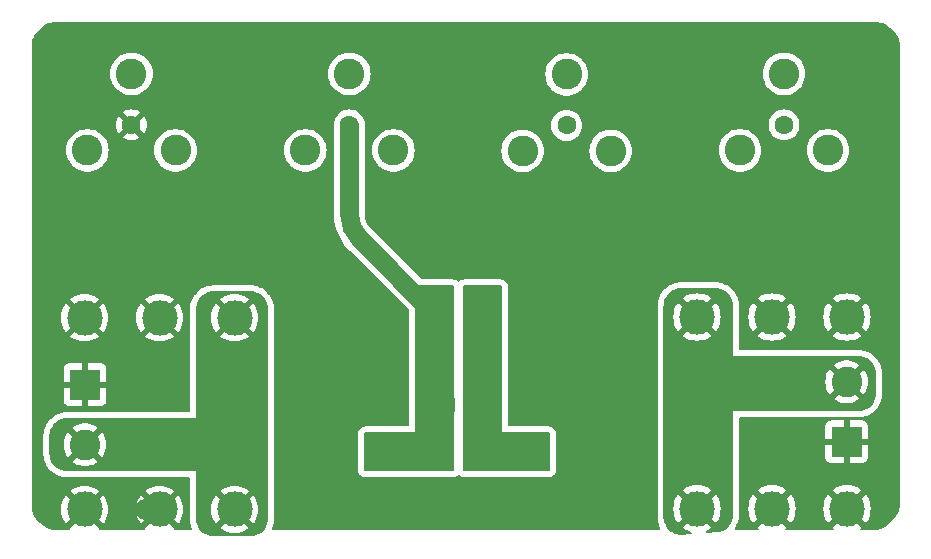
<source format=gtl>
%TF.GenerationSoftware,KiCad,Pcbnew,7.0.1*%
%TF.CreationDate,2023-08-03T02:37:16+01:00*%
%TF.ProjectId,QA403 Impedance Fixture,51413430-3320-4496-9d70-6564616e6365,rev?*%
%TF.SameCoordinates,Original*%
%TF.FileFunction,Copper,L1,Top*%
%TF.FilePolarity,Positive*%
%FSLAX46Y46*%
G04 Gerber Fmt 4.6, Leading zero omitted, Abs format (unit mm)*
G04 Created by KiCad (PCBNEW 7.0.1) date 2023-08-03 02:37:16*
%MOMM*%
%LPD*%
G01*
G04 APERTURE LIST*
G04 Aperture macros list*
%AMRoundRect*
0 Rectangle with rounded corners*
0 $1 Rounding radius*
0 $2 $3 $4 $5 $6 $7 $8 $9 X,Y pos of 4 corners*
0 Add a 4 corners polygon primitive as box body*
4,1,4,$2,$3,$4,$5,$6,$7,$8,$9,$2,$3,0*
0 Add four circle primitives for the rounded corners*
1,1,$1+$1,$2,$3*
1,1,$1+$1,$4,$5*
1,1,$1+$1,$6,$7*
1,1,$1+$1,$8,$9*
0 Add four rect primitives between the rounded corners*
20,1,$1+$1,$2,$3,$4,$5,0*
20,1,$1+$1,$4,$5,$6,$7,0*
20,1,$1+$1,$6,$7,$8,$9,0*
20,1,$1+$1,$8,$9,$2,$3,0*%
G04 Aperture macros list end*
%TA.AperFunction,ComponentPad*%
%ADD10C,3.000000*%
%TD*%
%TA.AperFunction,ComponentPad*%
%ADD11R,2.600000X2.600000*%
%TD*%
%TA.AperFunction,ComponentPad*%
%ADD12C,2.600000*%
%TD*%
%TA.AperFunction,ComponentPad*%
%ADD13C,1.605000*%
%TD*%
%TA.AperFunction,ComponentPad*%
%ADD14C,2.595000*%
%TD*%
%TA.AperFunction,SMDPad,CuDef*%
%ADD15RoundRect,0.250000X-0.350000X-0.450000X0.350000X-0.450000X0.350000X0.450000X-0.350000X0.450000X0*%
%TD*%
%TA.AperFunction,SMDPad,CuDef*%
%ADD16RoundRect,0.249999X-0.450001X-1.075001X0.450001X-1.075001X0.450001X1.075001X-0.450001X1.075001X0*%
%TD*%
%TA.AperFunction,ComponentPad*%
%ADD17C,1.600000*%
%TD*%
%TA.AperFunction,ComponentPad*%
%ADD18O,1.600000X1.600000*%
%TD*%
%TA.AperFunction,SMDPad,CuDef*%
%ADD19RoundRect,0.250000X-0.400000X-0.625000X0.400000X-0.625000X0.400000X0.625000X-0.400000X0.625000X0*%
%TD*%
%TA.AperFunction,Conductor*%
%ADD20C,1.600000*%
%TD*%
%TA.AperFunction,Conductor*%
%ADD21C,0.500000*%
%TD*%
%TA.AperFunction,Conductor*%
%ADD22C,1.800000*%
%TD*%
G04 APERTURE END LIST*
D10*
%TO.P,J2,R*%
%TO.N,/COM*%
X138684000Y-50438000D03*
%TO.P,J2,RN*%
X138684000Y-66668000D03*
%TO.P,J2,S*%
X145034000Y-50438000D03*
D11*
%TO.P,J2,S2*%
X145000000Y-61000000D03*
D10*
%TO.P,J2,SN*%
X145034000Y-66668000D03*
%TO.P,J2,T*%
%TO.N,/B*%
X132334000Y-50438000D03*
D12*
%TO.P,J2,T2*%
X145000000Y-55920000D03*
D10*
%TO.P,J2,TN*%
X132334000Y-66668000D03*
%TD*%
%TO.P,J1,R*%
%TO.N,/COM*%
X86835000Y-66730000D03*
%TO.P,J1,RN*%
X86835000Y-50500000D03*
%TO.P,J1,S*%
X80485000Y-66730000D03*
D11*
%TO.P,J1,S2*%
X80519000Y-56168000D03*
D10*
%TO.P,J1,SN*%
X80485000Y-50500000D03*
%TO.P,J1,T*%
%TO.N,/A*%
X93185000Y-66730000D03*
D12*
%TO.P,J1,T2*%
X80519000Y-61248000D03*
D10*
%TO.P,J1,TN*%
X93185000Y-50500000D03*
%TD*%
D13*
%TO.P,J6,1,In*%
%TO.N,/B*%
X139700000Y-34165000D03*
D14*
%TO.P,J6,2,Ext*%
%TO.N,GNDA*%
X139700000Y-29845000D03*
%TO.P,J6,3,Ext*%
X143430000Y-36325000D03*
%TO.P,J6,4,Ext*%
X135970000Y-36325000D03*
%TD*%
D13*
%TO.P,J3,1,In*%
%TO.N,/B*%
X121300396Y-34210000D03*
D14*
%TO.P,J3,2,Ext*%
%TO.N,GNDA*%
X121300396Y-29890000D03*
%TO.P,J3,3,Ext*%
X125030396Y-36370000D03*
%TO.P,J3,4,Ext*%
X117570396Y-36370000D03*
%TD*%
D13*
%TO.P,J5,1,In*%
%TO.N,/A*%
X102900793Y-34165000D03*
D14*
%TO.P,J5,2,Ext*%
%TO.N,GNDA*%
X102900793Y-29845000D03*
%TO.P,J5,3,Ext*%
X106630793Y-36325000D03*
%TO.P,J5,4,Ext*%
X99170793Y-36325000D03*
%TD*%
D15*
%TO.P,R3,1*%
%TO.N,/A*%
X111252000Y-57912000D03*
%TO.P,R3,2*%
%TO.N,/B*%
X113252000Y-57912000D03*
%TD*%
D16*
%TO.P,R1,1*%
%TO.N,/A*%
X109852000Y-49896000D03*
%TO.P,R1,2*%
%TO.N,/B*%
X114652000Y-49896000D03*
%TD*%
D17*
%TO.P,R4,1*%
%TO.N,/A*%
X106000000Y-62000000D03*
D18*
%TO.P,R4,2*%
%TO.N,/B*%
X118700000Y-62000000D03*
%TD*%
D13*
%TO.P,J4,1,In*%
%TO.N,/COM*%
X84455000Y-34165000D03*
D14*
%TO.P,J4,2,Ext*%
%TO.N,GNDA*%
X84455000Y-29845000D03*
%TO.P,J4,3,Ext*%
X88185000Y-36325000D03*
%TO.P,J4,4,Ext*%
X80725000Y-36325000D03*
%TD*%
D19*
%TO.P,R2,1*%
%TO.N,/A*%
X110702000Y-54356000D03*
%TO.P,R2,2*%
%TO.N,/B*%
X113802000Y-54356000D03*
%TD*%
D20*
%TO.N,/A*%
X102900829Y-41702152D02*
G75*
G03*
X103779473Y-43823473I2999971J-48D01*
G01*
X92750000Y-66730000D02*
X92750000Y-66750000D01*
X92750000Y-66750000D02*
X93000000Y-67000000D01*
X103779473Y-43823473D02*
X109852000Y-49896000D01*
D21*
%TO.N,/COM*%
X86400000Y-50500000D02*
X86835000Y-50500000D01*
D22*
X86400000Y-66730000D02*
X85566000Y-66730000D01*
D20*
%TO.N,/A*%
X102900793Y-34165000D02*
X102900793Y-41702152D01*
%TD*%
%TA.AperFunction,Conductor*%
%TO.N,/COM*%
G36*
X147633533Y-25500382D02*
G01*
X147671948Y-25503405D01*
X147853606Y-25517701D01*
X147872816Y-25520744D01*
X148082722Y-25571138D01*
X148101214Y-25577146D01*
X148260399Y-25643083D01*
X148300650Y-25659756D01*
X148317987Y-25668590D01*
X148502035Y-25781375D01*
X148517776Y-25792811D01*
X148685638Y-25936178D01*
X148692788Y-25942788D01*
X149057211Y-26307211D01*
X149063821Y-26314361D01*
X149207188Y-26482223D01*
X149218624Y-26497964D01*
X149331409Y-26682012D01*
X149340243Y-26699349D01*
X149422850Y-26898778D01*
X149428863Y-26917284D01*
X149479254Y-27127178D01*
X149482298Y-27146396D01*
X149499618Y-27366466D01*
X149500000Y-27376195D01*
X149500000Y-66373805D01*
X149499618Y-66383534D01*
X149482298Y-66603603D01*
X149479254Y-66622821D01*
X149428863Y-66832715D01*
X149422850Y-66851221D01*
X149340243Y-67050650D01*
X149331409Y-67067987D01*
X149218624Y-67252035D01*
X149207188Y-67267776D01*
X149063821Y-67435638D01*
X149057211Y-67442788D01*
X148442788Y-68057211D01*
X148435638Y-68063821D01*
X148267776Y-68207188D01*
X148252035Y-68218624D01*
X148067987Y-68331409D01*
X148050650Y-68340243D01*
X147851221Y-68422850D01*
X147832715Y-68428863D01*
X147622821Y-68479254D01*
X147603603Y-68482298D01*
X147383534Y-68499618D01*
X147373805Y-68500000D01*
X146296645Y-68500000D01*
X146237218Y-68484832D01*
X146192330Y-68443040D01*
X146172961Y-68384847D01*
X146183850Y-68324489D01*
X146222334Y-68276733D01*
X146260562Y-68248115D01*
X145034001Y-67021553D01*
X145034000Y-67021553D01*
X143807436Y-68248115D01*
X143845665Y-68276733D01*
X143884149Y-68324489D01*
X143895038Y-68384847D01*
X143875669Y-68443040D01*
X143830781Y-68484832D01*
X143771354Y-68500000D01*
X139946645Y-68500000D01*
X139887218Y-68484832D01*
X139842330Y-68443040D01*
X139822961Y-68384847D01*
X139833850Y-68324489D01*
X139872334Y-68276733D01*
X139910562Y-68248115D01*
X138684001Y-67021553D01*
X138684000Y-67021553D01*
X137457436Y-68248115D01*
X137495665Y-68276733D01*
X137534149Y-68324489D01*
X137545038Y-68384847D01*
X137525669Y-68443040D01*
X137480781Y-68484832D01*
X137421354Y-68500000D01*
X135640032Y-68500000D01*
X135576440Y-68482452D01*
X135530846Y-68434775D01*
X135516156Y-68370463D01*
X135536526Y-68307718D01*
X135577675Y-68245340D01*
X135614731Y-68189170D01*
X135636432Y-68153089D01*
X135646323Y-68134977D01*
X135664944Y-68097222D01*
X135757570Y-67887866D01*
X135772987Y-67848687D01*
X135779737Y-67829186D01*
X135791838Y-67788867D01*
X135798035Y-67764593D01*
X135848455Y-67567071D01*
X135848459Y-67567056D01*
X135857163Y-67525874D01*
X135859002Y-67514939D01*
X135860585Y-67505530D01*
X135861311Y-67499750D01*
X135865835Y-67463742D01*
X135885317Y-67230436D01*
X135886632Y-67209417D01*
X135887062Y-67199098D01*
X135887500Y-67178052D01*
X135887500Y-66667999D01*
X136678890Y-66667999D01*
X136699300Y-66953357D01*
X136760111Y-67232902D01*
X136860088Y-67500952D01*
X136997193Y-67752042D01*
X137103883Y-67894562D01*
X138330446Y-66668001D01*
X138330446Y-66668000D01*
X139037553Y-66668000D01*
X140264115Y-67894562D01*
X140370806Y-67752041D01*
X140507911Y-67500952D01*
X140607888Y-67232902D01*
X140668699Y-66953357D01*
X140689109Y-66667999D01*
X143028890Y-66667999D01*
X143049300Y-66953357D01*
X143110111Y-67232902D01*
X143210088Y-67500952D01*
X143347193Y-67752042D01*
X143453883Y-67894562D01*
X144680446Y-66668001D01*
X144680446Y-66668000D01*
X145387553Y-66668000D01*
X146614115Y-67894562D01*
X146720806Y-67752041D01*
X146857911Y-67500952D01*
X146957888Y-67232902D01*
X147018699Y-66953357D01*
X147039109Y-66667999D01*
X147018699Y-66382642D01*
X146957888Y-66103097D01*
X146857911Y-65835047D01*
X146720806Y-65583958D01*
X146614115Y-65441436D01*
X145387553Y-66668000D01*
X144680446Y-66668000D01*
X143453883Y-65441436D01*
X143453882Y-65441437D01*
X143347195Y-65583954D01*
X143210088Y-65835047D01*
X143110111Y-66103097D01*
X143049300Y-66382642D01*
X143028890Y-66667999D01*
X140689109Y-66667999D01*
X140668699Y-66382642D01*
X140607888Y-66103097D01*
X140507911Y-65835047D01*
X140370806Y-65583958D01*
X140264115Y-65441436D01*
X139037553Y-66668000D01*
X138330446Y-66668000D01*
X137103883Y-65441436D01*
X137103882Y-65441437D01*
X136997195Y-65583954D01*
X136860088Y-65835047D01*
X136760111Y-66103097D01*
X136699300Y-66382642D01*
X136678890Y-66667999D01*
X135887500Y-66667999D01*
X135887500Y-65087883D01*
X137457436Y-65087883D01*
X138684000Y-66314446D01*
X138684001Y-66314446D01*
X139910562Y-65087883D01*
X143807436Y-65087883D01*
X145034000Y-66314446D01*
X145034001Y-66314446D01*
X146260562Y-65087883D01*
X146118042Y-64981193D01*
X145866952Y-64844088D01*
X145598902Y-64744111D01*
X145319357Y-64683300D01*
X145034000Y-64662890D01*
X144748642Y-64683300D01*
X144469097Y-64744111D01*
X144201047Y-64844088D01*
X143949954Y-64981195D01*
X143807437Y-65087882D01*
X143807436Y-65087883D01*
X139910562Y-65087883D01*
X139768042Y-64981193D01*
X139516952Y-64844088D01*
X139248902Y-64744111D01*
X138969357Y-64683300D01*
X138684000Y-64662890D01*
X138398642Y-64683300D01*
X138119097Y-64744111D01*
X137851047Y-64844088D01*
X137599954Y-64981195D01*
X137457437Y-65087882D01*
X137457436Y-65087883D01*
X135887500Y-65087883D01*
X135887500Y-61250000D01*
X143200000Y-61250000D01*
X143200000Y-62347824D01*
X143206402Y-62407375D01*
X143256647Y-62542089D01*
X143342811Y-62657188D01*
X143457910Y-62743352D01*
X143592624Y-62793597D01*
X143652176Y-62800000D01*
X144750000Y-62800000D01*
X144750000Y-61250000D01*
X145250000Y-61250000D01*
X145250000Y-62800000D01*
X146347824Y-62800000D01*
X146407375Y-62793597D01*
X146542089Y-62743352D01*
X146657188Y-62657188D01*
X146743352Y-62542089D01*
X146793597Y-62407375D01*
X146800000Y-62347824D01*
X146800000Y-61250000D01*
X145250000Y-61250000D01*
X144750000Y-61250000D01*
X143200000Y-61250000D01*
X135887500Y-61250000D01*
X135887500Y-60750000D01*
X143200000Y-60750000D01*
X144750000Y-60750000D01*
X144750000Y-59200000D01*
X145250000Y-59200000D01*
X145250000Y-60750000D01*
X146800000Y-60750000D01*
X146800000Y-59652176D01*
X146793597Y-59592624D01*
X146743352Y-59457910D01*
X146657188Y-59342811D01*
X146542089Y-59256647D01*
X146407375Y-59206402D01*
X146347824Y-59200000D01*
X145250000Y-59200000D01*
X144750000Y-59200000D01*
X143652176Y-59200000D01*
X143592624Y-59206402D01*
X143457910Y-59256647D01*
X143342811Y-59342811D01*
X143256647Y-59457910D01*
X143206402Y-59592624D01*
X143200000Y-59652176D01*
X143200000Y-60750000D01*
X135887500Y-60750000D01*
X135887500Y-59049500D01*
X135904113Y-58987500D01*
X135949500Y-58942113D01*
X136011500Y-58925500D01*
X145995131Y-58925500D01*
X145999884Y-58925406D01*
X146014958Y-58925111D01*
X146024687Y-58924729D01*
X146044515Y-58923560D01*
X146264585Y-58906240D01*
X146264588Y-58906239D01*
X146264596Y-58906239D01*
X146276352Y-58904847D01*
X146304006Y-58901574D01*
X146323224Y-58898530D01*
X146362149Y-58890787D01*
X146572042Y-58840396D01*
X146610244Y-58829622D01*
X146628750Y-58823609D01*
X146665988Y-58809871D01*
X146865418Y-58727264D01*
X146901471Y-58710643D01*
X146918808Y-58701809D01*
X146953432Y-58682418D01*
X147137479Y-58569633D01*
X147170489Y-58547576D01*
X147186230Y-58536139D01*
X147217391Y-58511573D01*
X147381533Y-58371383D01*
X147410680Y-58344439D01*
X147424439Y-58330680D01*
X147451383Y-58301533D01*
X147591573Y-58137391D01*
X147616139Y-58106230D01*
X147627576Y-58090489D01*
X147649633Y-58057479D01*
X147762418Y-57873432D01*
X147781809Y-57838808D01*
X147790643Y-57821471D01*
X147807264Y-57785418D01*
X147889871Y-57585988D01*
X147903609Y-57548750D01*
X147909622Y-57530244D01*
X147920396Y-57492042D01*
X147970787Y-57282149D01*
X147978530Y-57243224D01*
X147981574Y-57224006D01*
X147986240Y-57184585D01*
X148003560Y-56964515D01*
X148004729Y-56944687D01*
X148005111Y-56934958D01*
X148005500Y-56915125D01*
X148005500Y-55254875D01*
X148005111Y-55235042D01*
X148004729Y-55225313D01*
X148003560Y-55205485D01*
X147986240Y-54985414D01*
X147981574Y-54945993D01*
X147978530Y-54926775D01*
X147970787Y-54887850D01*
X147920396Y-54677957D01*
X147909622Y-54639755D01*
X147903609Y-54621249D01*
X147889871Y-54584011D01*
X147807264Y-54384581D01*
X147807262Y-54384576D01*
X147790648Y-54348538D01*
X147790643Y-54348528D01*
X147781809Y-54331191D01*
X147762418Y-54296567D01*
X147649640Y-54112530D01*
X147627567Y-54079497D01*
X147616148Y-54063780D01*
X147591571Y-54032606D01*
X147451375Y-53868457D01*
X147424438Y-53839318D01*
X147410680Y-53825560D01*
X147381541Y-53798623D01*
X147217392Y-53658427D01*
X147186218Y-53633850D01*
X147170501Y-53622431D01*
X147137468Y-53600358D01*
X146953428Y-53487578D01*
X146918823Y-53468198D01*
X146918815Y-53468193D01*
X146918808Y-53468190D01*
X146901471Y-53459356D01*
X146901469Y-53459355D01*
X146865410Y-53442731D01*
X146665982Y-53360125D01*
X146628759Y-53346392D01*
X146610267Y-53340384D01*
X146610264Y-53340383D01*
X146572049Y-53329605D01*
X146362144Y-53279211D01*
X146362145Y-53279211D01*
X146362136Y-53279209D01*
X146335967Y-53274003D01*
X146323226Y-53271469D01*
X146319070Y-53270810D01*
X146304007Y-53268424D01*
X146264597Y-53263759D01*
X146044512Y-53246440D01*
X146024690Y-53245271D01*
X146014941Y-53244888D01*
X145995131Y-53244500D01*
X145995125Y-53244500D01*
X136011500Y-53244500D01*
X135949500Y-53227887D01*
X135904113Y-53182500D01*
X135887500Y-53120500D01*
X135887500Y-52018115D01*
X137457436Y-52018115D01*
X137599958Y-52124806D01*
X137851047Y-52261911D01*
X138119097Y-52361888D01*
X138398642Y-52422699D01*
X138684000Y-52443109D01*
X138969357Y-52422699D01*
X139248902Y-52361888D01*
X139516952Y-52261911D01*
X139768041Y-52124806D01*
X139910562Y-52018115D01*
X143807436Y-52018115D01*
X143949958Y-52124806D01*
X144201047Y-52261911D01*
X144469097Y-52361888D01*
X144748642Y-52422699D01*
X145034000Y-52443109D01*
X145319357Y-52422699D01*
X145598902Y-52361888D01*
X145866952Y-52261911D01*
X146118041Y-52124806D01*
X146260562Y-52018115D01*
X145034001Y-50791553D01*
X145034000Y-50791553D01*
X143807436Y-52018115D01*
X139910562Y-52018115D01*
X138684001Y-50791553D01*
X138684000Y-50791553D01*
X137457436Y-52018115D01*
X135887500Y-52018115D01*
X135887500Y-50438000D01*
X136678890Y-50438000D01*
X136699300Y-50723357D01*
X136760111Y-51002902D01*
X136860088Y-51270952D01*
X136997193Y-51522042D01*
X137103883Y-51664562D01*
X138330446Y-50438001D01*
X138330446Y-50438000D01*
X139037553Y-50438000D01*
X140264115Y-51664562D01*
X140370806Y-51522041D01*
X140507911Y-51270952D01*
X140607888Y-51002902D01*
X140668699Y-50723357D01*
X140689109Y-50438000D01*
X143028890Y-50438000D01*
X143049300Y-50723357D01*
X143110111Y-51002902D01*
X143210088Y-51270952D01*
X143347193Y-51522042D01*
X143453883Y-51664562D01*
X144680446Y-50438001D01*
X144680446Y-50438000D01*
X145387553Y-50438000D01*
X146614115Y-51664562D01*
X146720806Y-51522041D01*
X146857911Y-51270952D01*
X146957888Y-51002902D01*
X147018699Y-50723357D01*
X147039109Y-50438000D01*
X147018699Y-50152642D01*
X146957888Y-49873097D01*
X146857911Y-49605047D01*
X146720806Y-49353958D01*
X146614115Y-49211436D01*
X145387553Y-50437998D01*
X145387553Y-50438000D01*
X144680446Y-50438000D01*
X143453883Y-49211436D01*
X143453882Y-49211437D01*
X143347195Y-49353954D01*
X143210088Y-49605047D01*
X143110111Y-49873097D01*
X143049300Y-50152642D01*
X143028890Y-50438000D01*
X140689109Y-50438000D01*
X140668699Y-50152642D01*
X140607888Y-49873097D01*
X140507911Y-49605047D01*
X140370806Y-49353958D01*
X140264115Y-49211436D01*
X139037553Y-50437998D01*
X139037553Y-50438000D01*
X138330446Y-50438000D01*
X137103883Y-49211436D01*
X137103882Y-49211437D01*
X136997195Y-49353954D01*
X136860088Y-49605047D01*
X136760111Y-49873097D01*
X136699300Y-50152642D01*
X136678890Y-50438000D01*
X135887500Y-50438000D01*
X135887500Y-49500869D01*
X135887111Y-49481060D01*
X135887111Y-49481058D01*
X135887111Y-49481042D01*
X135886729Y-49471313D01*
X135885560Y-49451485D01*
X135868240Y-49231414D01*
X135863574Y-49191993D01*
X135860530Y-49172775D01*
X135852787Y-49133850D01*
X135802396Y-48923957D01*
X135791622Y-48885755D01*
X135785609Y-48867249D01*
X135782154Y-48857883D01*
X137457436Y-48857883D01*
X138684000Y-50084446D01*
X138684001Y-50084446D01*
X139910562Y-48857883D01*
X143807436Y-48857883D01*
X145034000Y-50084446D01*
X145034001Y-50084446D01*
X146260562Y-48857883D01*
X146118042Y-48751193D01*
X145866952Y-48614088D01*
X145598902Y-48514111D01*
X145319357Y-48453300D01*
X145034000Y-48432890D01*
X144748642Y-48453300D01*
X144469097Y-48514111D01*
X144201047Y-48614088D01*
X143949954Y-48751195D01*
X143807437Y-48857882D01*
X143807436Y-48857883D01*
X139910562Y-48857883D01*
X139768042Y-48751193D01*
X139516952Y-48614088D01*
X139248902Y-48514111D01*
X138969357Y-48453300D01*
X138684000Y-48432890D01*
X138398642Y-48453300D01*
X138119097Y-48514111D01*
X137851047Y-48614088D01*
X137599954Y-48751195D01*
X137457437Y-48857882D01*
X137457436Y-48857883D01*
X135782154Y-48857883D01*
X135771871Y-48830011D01*
X135689264Y-48630581D01*
X135689262Y-48630576D01*
X135672648Y-48594538D01*
X135669395Y-48588154D01*
X135663809Y-48577191D01*
X135661138Y-48572421D01*
X135644420Y-48542570D01*
X135531640Y-48358530D01*
X135509567Y-48325497D01*
X135498148Y-48309780D01*
X135473571Y-48278606D01*
X135378369Y-48167138D01*
X135333383Y-48114466D01*
X135306439Y-48085319D01*
X135292680Y-48071560D01*
X135263533Y-48044616D01*
X135099391Y-47904426D01*
X135090610Y-47897504D01*
X135068218Y-47879850D01*
X135052501Y-47868431D01*
X135019468Y-47846358D01*
X134835428Y-47733578D01*
X134800823Y-47714198D01*
X134800815Y-47714193D01*
X134800808Y-47714190D01*
X134783471Y-47705356D01*
X134747425Y-47688738D01*
X134747410Y-47688731D01*
X134547982Y-47606125D01*
X134510759Y-47592392D01*
X134492267Y-47586384D01*
X134492264Y-47586383D01*
X134454049Y-47575605D01*
X134244144Y-47525211D01*
X134244145Y-47525211D01*
X134244136Y-47525209D01*
X134217967Y-47520003D01*
X134205226Y-47517469D01*
X134201070Y-47516810D01*
X134186007Y-47514424D01*
X134146597Y-47509759D01*
X133926512Y-47492440D01*
X133906690Y-47491271D01*
X133896941Y-47490888D01*
X133877131Y-47490500D01*
X133877125Y-47490500D01*
X131000875Y-47490500D01*
X131000869Y-47490500D01*
X130981058Y-47490888D01*
X130971309Y-47491271D01*
X130951486Y-47492440D01*
X130731403Y-47509759D01*
X130691997Y-47514424D01*
X130691984Y-47514426D01*
X130672785Y-47517467D01*
X130633856Y-47525210D01*
X130549891Y-47545368D01*
X130423942Y-47575606D01*
X130395297Y-47583685D01*
X130385748Y-47586379D01*
X130378869Y-47588614D01*
X130367249Y-47592389D01*
X130330027Y-47606121D01*
X130130572Y-47688738D01*
X130094524Y-47705357D01*
X130077189Y-47714190D01*
X130042553Y-47733588D01*
X129858522Y-47846363D01*
X129825523Y-47868413D01*
X129809762Y-47879865D01*
X129778606Y-47904427D01*
X129614457Y-48044623D01*
X129585318Y-48071560D01*
X129571560Y-48085318D01*
X129544621Y-48114459D01*
X129404432Y-48278600D01*
X129379868Y-48309757D01*
X129368430Y-48325498D01*
X129346370Y-48358510D01*
X129233578Y-48542570D01*
X129214208Y-48577155D01*
X129205366Y-48594506D01*
X129188733Y-48630583D01*
X129179359Y-48653214D01*
X129179352Y-48653227D01*
X129106126Y-48830013D01*
X129092381Y-48867271D01*
X129086381Y-48885740D01*
X129075608Y-48923936D01*
X129075603Y-48923957D01*
X129059528Y-48990915D01*
X129025210Y-49133856D01*
X129023666Y-49141619D01*
X129017466Y-49172791D01*
X129014424Y-49191997D01*
X129009759Y-49231403D01*
X128992440Y-49451486D01*
X128991271Y-49471309D01*
X128990888Y-49481058D01*
X128990500Y-49500869D01*
X128990500Y-67384060D01*
X128990925Y-67404779D01*
X128991342Y-67414958D01*
X128992619Y-67435692D01*
X129011541Y-67665639D01*
X129016635Y-67706792D01*
X129019958Y-67726852D01*
X129028416Y-67767483D01*
X129083437Y-67986333D01*
X129095194Y-68026115D01*
X129101749Y-68045348D01*
X129116732Y-68084038D01*
X129206769Y-68290910D01*
X129221795Y-68321895D01*
X129234040Y-68382701D01*
X129215304Y-68441829D01*
X129170276Y-68484487D01*
X129110221Y-68500000D01*
X96449098Y-68500000D01*
X96390645Y-68485358D01*
X96345996Y-68444891D01*
X96325695Y-68388154D01*
X96334537Y-68328547D01*
X96384805Y-68207188D01*
X96401871Y-68165988D01*
X96415609Y-68128750D01*
X96421622Y-68110244D01*
X96432396Y-68072042D01*
X96482787Y-67862149D01*
X96490530Y-67823224D01*
X96493574Y-67804006D01*
X96498240Y-67764585D01*
X96515560Y-67544515D01*
X96516729Y-67524687D01*
X96517111Y-67514958D01*
X96517500Y-67495125D01*
X96517500Y-49757341D01*
X96517110Y-49737477D01*
X96516727Y-49727738D01*
X96515555Y-49707899D01*
X96503021Y-49548812D01*
X96498200Y-49487615D01*
X96498199Y-49487605D01*
X96493525Y-49448154D01*
X96490475Y-49428916D01*
X96482715Y-49389942D01*
X96432218Y-49179835D01*
X96421423Y-49141602D01*
X96415398Y-49123079D01*
X96401629Y-49085799D01*
X96362280Y-48990915D01*
X96318853Y-48886195D01*
X96302199Y-48850111D01*
X96302194Y-48850101D01*
X96293353Y-48832772D01*
X96273928Y-48798131D01*
X96160915Y-48613947D01*
X96138820Y-48580924D01*
X96127362Y-48565175D01*
X96102741Y-48533988D01*
X95962278Y-48369772D01*
X95951859Y-48358518D01*
X95935293Y-48340624D01*
X95921491Y-48326845D01*
X95892305Y-48299913D01*
X95727865Y-48159725D01*
X95696636Y-48135154D01*
X95680874Y-48123727D01*
X95666983Y-48114466D01*
X95647810Y-48101683D01*
X95647809Y-48101682D01*
X95647798Y-48101675D01*
X95463456Y-47988980D01*
X95428760Y-47969600D01*
X95411409Y-47960784D01*
X95375285Y-47944182D01*
X95175559Y-47861741D01*
X95175560Y-47861741D01*
X95175547Y-47861736D01*
X95151507Y-47852901D01*
X95138257Y-47848032D01*
X95119753Y-47842046D01*
X95081476Y-47831306D01*
X94871282Y-47781153D01*
X94832313Y-47773460D01*
X94832307Y-47773459D01*
X94813083Y-47770443D01*
X94813076Y-47770442D01*
X94813075Y-47770442D01*
X94773618Y-47765832D01*
X94773613Y-47765831D01*
X94773608Y-47765831D01*
X94553249Y-47748835D01*
X94546651Y-47748455D01*
X94533458Y-47747698D01*
X94523757Y-47747331D01*
X94503858Y-47746972D01*
X93294182Y-47748957D01*
X93197156Y-47761592D01*
X93165520Y-47761642D01*
X93111778Y-47754815D01*
X93068577Y-47749328D01*
X93068575Y-47749328D01*
X91417562Y-47752036D01*
X91397712Y-47752458D01*
X91388011Y-47752855D01*
X91368195Y-47754056D01*
X91148431Y-47771697D01*
X91109083Y-47776414D01*
X91089881Y-47779484D01*
X91050982Y-47787278D01*
X90841387Y-47837907D01*
X90803301Y-47848704D01*
X90803293Y-47848706D01*
X90803281Y-47848710D01*
X90794901Y-47851443D01*
X90784810Y-47854736D01*
X90761679Y-47863302D01*
X90747592Y-47868519D01*
X90680402Y-47896446D01*
X90548449Y-47951293D01*
X90512424Y-47967955D01*
X90495104Y-47976807D01*
X90460591Y-47996187D01*
X90276848Y-48109054D01*
X90243900Y-48131118D01*
X90228228Y-48142527D01*
X90197071Y-48167138D01*
X90033216Y-48307340D01*
X90004146Y-48334256D01*
X89990431Y-48347994D01*
X89963530Y-48377140D01*
X89823584Y-48541241D01*
X89822538Y-48542570D01*
X89799036Y-48572427D01*
X89796364Y-48576111D01*
X89787626Y-48588154D01*
X89765640Y-48621107D01*
X89759841Y-48630583D01*
X89744283Y-48656006D01*
X89741606Y-48660380D01*
X89734083Y-48672671D01*
X89653087Y-48805012D01*
X89633732Y-48839616D01*
X89624919Y-48856933D01*
X89608330Y-48892956D01*
X89542151Y-49052910D01*
X89542151Y-49052915D01*
X89525881Y-49092240D01*
X89512178Y-49129428D01*
X89506179Y-49147913D01*
X89495428Y-49186070D01*
X89445142Y-49395754D01*
X89437417Y-49434630D01*
X89434380Y-49453815D01*
X89429720Y-49493215D01*
X89412436Y-49713075D01*
X89411268Y-49732909D01*
X89410888Y-49742624D01*
X89410500Y-49762407D01*
X89410500Y-58370500D01*
X89393887Y-58432500D01*
X89348500Y-58477887D01*
X89286500Y-58494500D01*
X79004869Y-58494500D01*
X78985058Y-58494888D01*
X78975309Y-58495271D01*
X78955486Y-58496440D01*
X78735403Y-58513759D01*
X78695997Y-58518424D01*
X78695989Y-58518425D01*
X78695991Y-58518425D01*
X78676785Y-58521467D01*
X78637856Y-58529210D01*
X78553891Y-58549368D01*
X78427942Y-58579606D01*
X78399297Y-58587685D01*
X78389748Y-58590379D01*
X78382869Y-58592614D01*
X78371249Y-58596389D01*
X78334027Y-58610121D01*
X78134572Y-58692738D01*
X78098524Y-58709357D01*
X78081189Y-58718190D01*
X78046553Y-58737588D01*
X77862522Y-58850363D01*
X77829523Y-58872413D01*
X77813762Y-58883865D01*
X77782606Y-58908427D01*
X77618457Y-59048623D01*
X77589318Y-59075560D01*
X77575560Y-59089318D01*
X77548623Y-59118457D01*
X77408427Y-59282606D01*
X77383850Y-59313780D01*
X77372431Y-59329497D01*
X77350358Y-59362530D01*
X77238436Y-59545172D01*
X77238433Y-59545174D01*
X77237611Y-59546515D01*
X77218203Y-59581164D01*
X77209367Y-59598505D01*
X77192730Y-59634590D01*
X77110125Y-59834018D01*
X77096389Y-59871249D01*
X77090377Y-59889755D01*
X77079608Y-59927936D01*
X77069413Y-59970404D01*
X77029205Y-60137872D01*
X77021465Y-60176795D01*
X77018420Y-60196021D01*
X77013758Y-60235417D01*
X76996440Y-60455485D01*
X76995271Y-60475309D01*
X76994888Y-60485058D01*
X76994500Y-60504869D01*
X76994500Y-61995131D01*
X76994888Y-62014941D01*
X76995271Y-62024690D01*
X76996440Y-62044514D01*
X77013759Y-62264593D01*
X77018423Y-62303991D01*
X77021467Y-62323213D01*
X77029209Y-62362136D01*
X77029211Y-62362144D01*
X77068453Y-62525596D01*
X77079605Y-62572049D01*
X77090383Y-62610264D01*
X77090384Y-62610267D01*
X77096392Y-62628759D01*
X77110125Y-62665982D01*
X77192735Y-62865419D01*
X77209356Y-62901472D01*
X77218164Y-62918761D01*
X77218196Y-62918818D01*
X77218199Y-62918824D01*
X77237581Y-62953432D01*
X77237591Y-62953448D01*
X77350358Y-63137468D01*
X77372431Y-63170501D01*
X77383850Y-63186218D01*
X77401504Y-63208610D01*
X77408426Y-63217391D01*
X77548616Y-63381533D01*
X77575560Y-63410680D01*
X77589319Y-63424439D01*
X77618466Y-63451383D01*
X77782608Y-63591573D01*
X77800168Y-63605416D01*
X77813780Y-63616148D01*
X77829497Y-63627567D01*
X77862530Y-63649640D01*
X78046570Y-63762420D01*
X78077390Y-63779680D01*
X78081191Y-63781809D01*
X78098528Y-63790643D01*
X78098538Y-63790648D01*
X78134576Y-63807262D01*
X78134582Y-63807264D01*
X78134581Y-63807264D01*
X78334011Y-63889871D01*
X78371249Y-63903609D01*
X78389755Y-63909622D01*
X78427957Y-63920396D01*
X78637850Y-63970787D01*
X78676775Y-63978530D01*
X78695993Y-63981574D01*
X78719037Y-63984301D01*
X78735402Y-63986239D01*
X78735412Y-63986239D01*
X78735414Y-63986240D01*
X78955485Y-64003560D01*
X78975313Y-64004729D01*
X78985042Y-64005111D01*
X78999916Y-64005402D01*
X79004869Y-64005500D01*
X79004875Y-64005500D01*
X89286500Y-64005500D01*
X89348500Y-64022113D01*
X89393887Y-64067500D01*
X89410500Y-64129500D01*
X89410500Y-67495131D01*
X89410888Y-67514941D01*
X89411271Y-67524690D01*
X89412440Y-67544514D01*
X89429759Y-67764593D01*
X89434423Y-67803991D01*
X89437467Y-67823213D01*
X89445209Y-67862135D01*
X89489196Y-68045356D01*
X89495605Y-68072049D01*
X89506383Y-68110264D01*
X89506384Y-68110267D01*
X89512397Y-68128772D01*
X89526119Y-68165963D01*
X89526125Y-68165979D01*
X89526126Y-68165981D01*
X89530724Y-68177084D01*
X89593462Y-68328548D01*
X89602304Y-68388154D01*
X89582003Y-68444891D01*
X89537354Y-68485358D01*
X89478901Y-68500000D01*
X88180466Y-68500000D01*
X88121040Y-68484833D01*
X88076152Y-68443041D01*
X88056782Y-68384849D01*
X88060041Y-68366780D01*
X88057522Y-68366600D01*
X88061562Y-68310115D01*
X86835001Y-67083553D01*
X86835000Y-67083553D01*
X85608436Y-68310115D01*
X85612477Y-68366600D01*
X85609957Y-68366780D01*
X85613217Y-68384849D01*
X85593847Y-68443041D01*
X85548959Y-68484833D01*
X85489533Y-68500000D01*
X81830466Y-68500000D01*
X81771040Y-68484833D01*
X81726152Y-68443041D01*
X81706782Y-68384849D01*
X81710041Y-68366780D01*
X81707522Y-68366600D01*
X81711562Y-68310115D01*
X80485001Y-67083553D01*
X80485000Y-67083553D01*
X79258436Y-68310115D01*
X79262477Y-68366600D01*
X79259957Y-68366780D01*
X79263217Y-68384849D01*
X79243847Y-68443041D01*
X79198959Y-68484833D01*
X79139533Y-68500000D01*
X78048466Y-68500000D01*
X78037711Y-68499533D01*
X77794611Y-68478368D01*
X77773425Y-68474651D01*
X77542865Y-68413187D01*
X77522640Y-68405864D01*
X77306180Y-68305486D01*
X77287524Y-68294778D01*
X77087212Y-68155402D01*
X77078651Y-68148876D01*
X76718435Y-67848696D01*
X76543889Y-67703241D01*
X76535872Y-67695943D01*
X76361275Y-67522408D01*
X76347288Y-67505830D01*
X76208759Y-67308986D01*
X76197872Y-67290218D01*
X76187361Y-67267776D01*
X76095774Y-67072234D01*
X76088331Y-67051872D01*
X76025791Y-66819418D01*
X76022013Y-66798079D01*
X76016034Y-66730000D01*
X78479890Y-66730000D01*
X78500300Y-67015357D01*
X78561111Y-67294902D01*
X78661088Y-67562952D01*
X78798193Y-67814042D01*
X78904883Y-67956562D01*
X80131445Y-66730001D01*
X80838553Y-66730001D01*
X82065115Y-67956562D01*
X82171806Y-67814041D01*
X82308911Y-67562952D01*
X82408888Y-67294902D01*
X82469699Y-67015357D01*
X82490109Y-66730000D01*
X84829890Y-66730000D01*
X84850300Y-67015357D01*
X84911111Y-67294902D01*
X85011088Y-67562952D01*
X85148193Y-67814042D01*
X85254883Y-67956562D01*
X86481446Y-66730001D01*
X87188553Y-66730001D01*
X88415115Y-67956562D01*
X88521806Y-67814041D01*
X88658911Y-67562952D01*
X88758888Y-67294902D01*
X88819699Y-67015357D01*
X88840109Y-66730000D01*
X88819699Y-66444642D01*
X88758888Y-66165097D01*
X88658911Y-65897047D01*
X88521806Y-65645958D01*
X88415115Y-65503436D01*
X87188553Y-66730000D01*
X87188553Y-66730001D01*
X86481446Y-66730001D01*
X86481446Y-66730000D01*
X85254883Y-65503436D01*
X85254882Y-65503437D01*
X85148195Y-65645954D01*
X85011088Y-65897047D01*
X84911111Y-66165097D01*
X84850300Y-66444642D01*
X84829890Y-66730000D01*
X82490109Y-66730000D01*
X82469699Y-66444642D01*
X82408888Y-66165097D01*
X82308911Y-65897047D01*
X82171806Y-65645958D01*
X82065115Y-65503436D01*
X80838553Y-66730000D01*
X80838553Y-66730001D01*
X80131445Y-66730001D01*
X80131446Y-66730000D01*
X78904883Y-65503436D01*
X78904882Y-65503437D01*
X78798195Y-65645954D01*
X78661088Y-65897047D01*
X78561111Y-66165097D01*
X78500300Y-66444642D01*
X78479890Y-66730000D01*
X76016034Y-66730000D01*
X76000473Y-66552834D01*
X76000000Y-66542009D01*
X76000000Y-65149883D01*
X79258436Y-65149883D01*
X80485000Y-66376446D01*
X80485001Y-66376446D01*
X81711562Y-65149883D01*
X85608436Y-65149883D01*
X86835000Y-66376446D01*
X86835001Y-66376446D01*
X88061562Y-65149883D01*
X87919042Y-65043193D01*
X87667952Y-64906088D01*
X87399902Y-64806111D01*
X87120357Y-64745300D01*
X86835000Y-64724890D01*
X86549642Y-64745300D01*
X86270097Y-64806111D01*
X86002047Y-64906088D01*
X85750954Y-65043195D01*
X85608437Y-65149882D01*
X85608436Y-65149883D01*
X81711562Y-65149883D01*
X81569042Y-65043193D01*
X81317952Y-64906088D01*
X81049902Y-64806111D01*
X80770357Y-64745300D01*
X80485000Y-64724890D01*
X80199642Y-64745300D01*
X79920097Y-64806111D01*
X79652047Y-64906088D01*
X79400954Y-65043195D01*
X79258437Y-65149882D01*
X79258436Y-65149883D01*
X76000000Y-65149883D01*
X76000000Y-56418000D01*
X78719000Y-56418000D01*
X78719000Y-57515824D01*
X78725402Y-57575375D01*
X78775647Y-57710089D01*
X78861811Y-57825188D01*
X78976910Y-57911352D01*
X79111624Y-57961597D01*
X79171176Y-57968000D01*
X80269000Y-57968000D01*
X80269000Y-56418000D01*
X80769000Y-56418000D01*
X80769000Y-57968000D01*
X81866824Y-57968000D01*
X81926375Y-57961597D01*
X82061089Y-57911352D01*
X82176188Y-57825188D01*
X82262352Y-57710089D01*
X82312597Y-57575375D01*
X82319000Y-57515824D01*
X82319000Y-56418000D01*
X80769000Y-56418000D01*
X80269000Y-56418000D01*
X78719000Y-56418000D01*
X76000000Y-56418000D01*
X76000000Y-55918000D01*
X78719000Y-55918000D01*
X80269000Y-55918000D01*
X80269000Y-54368000D01*
X80769000Y-54368000D01*
X80769000Y-55918000D01*
X82319000Y-55918000D01*
X82319000Y-54820176D01*
X82312597Y-54760624D01*
X82262352Y-54625910D01*
X82176188Y-54510811D01*
X82061089Y-54424647D01*
X81926375Y-54374402D01*
X81866824Y-54368000D01*
X80769000Y-54368000D01*
X80269000Y-54368000D01*
X79171176Y-54368000D01*
X79111624Y-54374402D01*
X78976910Y-54424647D01*
X78861811Y-54510811D01*
X78775647Y-54625910D01*
X78725402Y-54760624D01*
X78719000Y-54820176D01*
X78719000Y-55918000D01*
X76000000Y-55918000D01*
X76000000Y-52080115D01*
X79258436Y-52080115D01*
X79400958Y-52186806D01*
X79652047Y-52323911D01*
X79920097Y-52423888D01*
X80199642Y-52484699D01*
X80485000Y-52505109D01*
X80770357Y-52484699D01*
X81049902Y-52423888D01*
X81317952Y-52323911D01*
X81569041Y-52186806D01*
X81711562Y-52080115D01*
X85608436Y-52080115D01*
X85750958Y-52186806D01*
X86002047Y-52323911D01*
X86270097Y-52423888D01*
X86549642Y-52484699D01*
X86835000Y-52505109D01*
X87120357Y-52484699D01*
X87399902Y-52423888D01*
X87667952Y-52323911D01*
X87919041Y-52186806D01*
X88061562Y-52080115D01*
X86835001Y-50853553D01*
X86835000Y-50853553D01*
X85608436Y-52080115D01*
X81711562Y-52080115D01*
X80485001Y-50853553D01*
X80485000Y-50853553D01*
X79258436Y-52080115D01*
X76000000Y-52080115D01*
X76000000Y-50500000D01*
X78479890Y-50500000D01*
X78500300Y-50785357D01*
X78561111Y-51064902D01*
X78661088Y-51332952D01*
X78798193Y-51584042D01*
X78904883Y-51726562D01*
X80131445Y-50500001D01*
X80838553Y-50500001D01*
X82065115Y-51726562D01*
X82171806Y-51584041D01*
X82308911Y-51332952D01*
X82408888Y-51064902D01*
X82469699Y-50785357D01*
X82490109Y-50500000D01*
X84829890Y-50500000D01*
X84850300Y-50785357D01*
X84911111Y-51064902D01*
X85011088Y-51332952D01*
X85148193Y-51584042D01*
X85254883Y-51726562D01*
X86481446Y-50500001D01*
X87188553Y-50500001D01*
X88415115Y-51726562D01*
X88521806Y-51584041D01*
X88658911Y-51332952D01*
X88758888Y-51064902D01*
X88819699Y-50785357D01*
X88840109Y-50500000D01*
X88819699Y-50214642D01*
X88758888Y-49935097D01*
X88658911Y-49667047D01*
X88521806Y-49415958D01*
X88415115Y-49273436D01*
X87188553Y-50500000D01*
X87188553Y-50500001D01*
X86481446Y-50500001D01*
X86481446Y-50500000D01*
X85254883Y-49273436D01*
X85254882Y-49273437D01*
X85148195Y-49415954D01*
X85011088Y-49667047D01*
X84911111Y-49935097D01*
X84850300Y-50214642D01*
X84829890Y-50500000D01*
X82490109Y-50500000D01*
X82469699Y-50214642D01*
X82408888Y-49935097D01*
X82308911Y-49667047D01*
X82171806Y-49415958D01*
X82065115Y-49273436D01*
X80838553Y-50500000D01*
X80838553Y-50500001D01*
X80131445Y-50500001D01*
X80131446Y-50500000D01*
X78904883Y-49273436D01*
X78904882Y-49273437D01*
X78798195Y-49415954D01*
X78661088Y-49667047D01*
X78561111Y-49935097D01*
X78500300Y-50214642D01*
X78479890Y-50500000D01*
X76000000Y-50500000D01*
X76000000Y-48919883D01*
X79258436Y-48919883D01*
X80485000Y-50146446D01*
X80485001Y-50146446D01*
X81711562Y-48919883D01*
X85608436Y-48919883D01*
X86835000Y-50146446D01*
X86835001Y-50146446D01*
X88061562Y-48919883D01*
X87919042Y-48813193D01*
X87667952Y-48676088D01*
X87399902Y-48576111D01*
X87120357Y-48515300D01*
X86835000Y-48494890D01*
X86549642Y-48515300D01*
X86270097Y-48576111D01*
X86002047Y-48676088D01*
X85750954Y-48813195D01*
X85608437Y-48919882D01*
X85608436Y-48919883D01*
X81711562Y-48919883D01*
X81569042Y-48813193D01*
X81317952Y-48676088D01*
X81049902Y-48576111D01*
X80770357Y-48515300D01*
X80485000Y-48494890D01*
X80199642Y-48515300D01*
X79920097Y-48576111D01*
X79652047Y-48676088D01*
X79400954Y-48813195D01*
X79258437Y-48919882D01*
X79258436Y-48919883D01*
X76000000Y-48919883D01*
X76000000Y-36324999D01*
X78921957Y-36324999D01*
X78942095Y-36593726D01*
X79002062Y-36856458D01*
X79082364Y-37061063D01*
X79100515Y-37107311D01*
X79126496Y-37152311D01*
X79235256Y-37340689D01*
X79403277Y-37551380D01*
X79600819Y-37734673D01*
X79600822Y-37734675D01*
X79823479Y-37886480D01*
X79823482Y-37886481D01*
X79823483Y-37886482D01*
X80066272Y-38003403D01*
X80066274Y-38003403D01*
X80066275Y-38003404D01*
X80323785Y-38082836D01*
X80590259Y-38123000D01*
X80859741Y-38123000D01*
X81126215Y-38082836D01*
X81383725Y-38003404D01*
X81626521Y-37886480D01*
X81849178Y-37734675D01*
X82046723Y-37551380D01*
X82214743Y-37340690D01*
X82349485Y-37107311D01*
X82447938Y-36856456D01*
X82507904Y-36593729D01*
X82528042Y-36325000D01*
X82528042Y-36324999D01*
X86381957Y-36324999D01*
X86402095Y-36593726D01*
X86462062Y-36856458D01*
X86542364Y-37061063D01*
X86560515Y-37107311D01*
X86586496Y-37152311D01*
X86695256Y-37340689D01*
X86863277Y-37551380D01*
X87060819Y-37734673D01*
X87060822Y-37734675D01*
X87283479Y-37886480D01*
X87283482Y-37886481D01*
X87283483Y-37886482D01*
X87526272Y-38003403D01*
X87526274Y-38003403D01*
X87526275Y-38003404D01*
X87783785Y-38082836D01*
X88050259Y-38123000D01*
X88319741Y-38123000D01*
X88586215Y-38082836D01*
X88843725Y-38003404D01*
X89086521Y-37886480D01*
X89309178Y-37734675D01*
X89506723Y-37551380D01*
X89674743Y-37340690D01*
X89809485Y-37107311D01*
X89907938Y-36856456D01*
X89967904Y-36593729D01*
X89988042Y-36325000D01*
X89988042Y-36324999D01*
X97367750Y-36324999D01*
X97387888Y-36593726D01*
X97447855Y-36856458D01*
X97528157Y-37061063D01*
X97546308Y-37107311D01*
X97572289Y-37152311D01*
X97681049Y-37340689D01*
X97849070Y-37551380D01*
X98046612Y-37734673D01*
X98046615Y-37734675D01*
X98269272Y-37886480D01*
X98269275Y-37886481D01*
X98269276Y-37886482D01*
X98512065Y-38003403D01*
X98512067Y-38003403D01*
X98512068Y-38003404D01*
X98769578Y-38082836D01*
X99036052Y-38123000D01*
X99305534Y-38123000D01*
X99572008Y-38082836D01*
X99829518Y-38003404D01*
X100072314Y-37886480D01*
X100294971Y-37734675D01*
X100492516Y-37551380D01*
X100660536Y-37340690D01*
X100795278Y-37107311D01*
X100893731Y-36856456D01*
X100953697Y-36593729D01*
X100973835Y-36325000D01*
X100953697Y-36056271D01*
X100893731Y-35793544D01*
X100795278Y-35542689D01*
X100660536Y-35309310D01*
X100492516Y-35098620D01*
X100492515Y-35098619D01*
X100294973Y-34915326D01*
X100153672Y-34818989D01*
X100072314Y-34763520D01*
X100072311Y-34763519D01*
X100072309Y-34763517D01*
X99829520Y-34646596D01*
X99572007Y-34567163D01*
X99305534Y-34527000D01*
X99036052Y-34527000D01*
X98769578Y-34567163D01*
X98512065Y-34646596D01*
X98269276Y-34763517D01*
X98046612Y-34915326D01*
X97849070Y-35098619D01*
X97681049Y-35309310D01*
X97546307Y-35542691D01*
X97447855Y-35793541D01*
X97387888Y-36056273D01*
X97367750Y-36324999D01*
X89988042Y-36324999D01*
X89967904Y-36056271D01*
X89907938Y-35793544D01*
X89809485Y-35542689D01*
X89674743Y-35309310D01*
X89506723Y-35098620D01*
X89506722Y-35098619D01*
X89309180Y-34915326D01*
X89167879Y-34818989D01*
X89086521Y-34763520D01*
X89086518Y-34763519D01*
X89086516Y-34763517D01*
X88843727Y-34646596D01*
X88586214Y-34567163D01*
X88319741Y-34527000D01*
X88050259Y-34527000D01*
X87783785Y-34567163D01*
X87526272Y-34646596D01*
X87283483Y-34763517D01*
X87060819Y-34915326D01*
X86863277Y-35098619D01*
X86695256Y-35309310D01*
X86560514Y-35542691D01*
X86462062Y-35793541D01*
X86402095Y-36056273D01*
X86381957Y-36324999D01*
X82528042Y-36324999D01*
X82507904Y-36056271D01*
X82447938Y-35793544D01*
X82349485Y-35542689D01*
X82214743Y-35309310D01*
X82164112Y-35245821D01*
X83727731Y-35245821D01*
X83801260Y-35297306D01*
X84007815Y-35393624D01*
X84227961Y-35452612D01*
X84455000Y-35472475D01*
X84682038Y-35452612D01*
X84902184Y-35393624D01*
X85108735Y-35297307D01*
X85182267Y-35245820D01*
X84455001Y-34518553D01*
X84455000Y-34518553D01*
X83727731Y-35245820D01*
X83727731Y-35245821D01*
X82164112Y-35245821D01*
X82046723Y-35098620D01*
X82046722Y-35098619D01*
X81849180Y-34915326D01*
X81707879Y-34818989D01*
X81626521Y-34763520D01*
X81626518Y-34763519D01*
X81626516Y-34763517D01*
X81383727Y-34646596D01*
X81126214Y-34567163D01*
X80859741Y-34527000D01*
X80590259Y-34527000D01*
X80323785Y-34567163D01*
X80066272Y-34646596D01*
X79823483Y-34763517D01*
X79600819Y-34915326D01*
X79403277Y-35098619D01*
X79235256Y-35309310D01*
X79100514Y-35542691D01*
X79002062Y-35793541D01*
X78942095Y-36056273D01*
X78921957Y-36324999D01*
X76000000Y-36324999D01*
X76000000Y-34164999D01*
X83147524Y-34164999D01*
X83167387Y-34392038D01*
X83226376Y-34612186D01*
X83322690Y-34818734D01*
X83374178Y-34892266D01*
X83374179Y-34892267D01*
X84101446Y-34165001D01*
X84808553Y-34165001D01*
X85535820Y-34892267D01*
X85587307Y-34818735D01*
X85683624Y-34612184D01*
X85742612Y-34392038D01*
X85762475Y-34164999D01*
X101592815Y-34164999D01*
X101599821Y-34245067D01*
X101600293Y-34255875D01*
X101600293Y-41763938D01*
X101600327Y-41764737D01*
X101600326Y-41889898D01*
X101633048Y-42263993D01*
X101698252Y-42633813D01*
X101795441Y-42996549D01*
X101923871Y-43349424D01*
X102082573Y-43689773D01*
X102270334Y-44014994D01*
X102485721Y-44322610D01*
X102727099Y-44610280D01*
X102816802Y-44699986D01*
X102816834Y-44700020D01*
X102859867Y-44743052D01*
X102859869Y-44743054D01*
X102859870Y-44743056D01*
X102944747Y-44827933D01*
X102944753Y-44827938D01*
X107916181Y-49799366D01*
X107943061Y-49839594D01*
X107952500Y-49887047D01*
X107952500Y-59568500D01*
X107935887Y-59630500D01*
X107890500Y-59675887D01*
X107828500Y-59692500D01*
X104263999Y-59692500D01*
X104133169Y-59709724D01*
X104071161Y-59726339D01*
X103949250Y-59776836D01*
X103844557Y-59857170D01*
X103799170Y-59902557D01*
X103718836Y-60007250D01*
X103668339Y-60129161D01*
X103651724Y-60191169D01*
X103634500Y-60321999D01*
X103634500Y-63376001D01*
X103651724Y-63506830D01*
X103668339Y-63568838D01*
X103718836Y-63690749D01*
X103799170Y-63795442D01*
X103844557Y-63840829D01*
X103949250Y-63921163D01*
X104069053Y-63970787D01*
X104071166Y-63971662D01*
X104133166Y-63988275D01*
X104231291Y-64001193D01*
X104263999Y-64005500D01*
X104264000Y-64005500D01*
X111636000Y-64005500D01*
X111636001Y-64005500D01*
X111662166Y-64002054D01*
X111766834Y-63988275D01*
X111828834Y-63971662D01*
X111950750Y-63921163D01*
X112005645Y-63879040D01*
X112061890Y-63835882D01*
X112063020Y-63837354D01*
X112108901Y-63810860D01*
X112173099Y-63810860D01*
X112218979Y-63837354D01*
X112220110Y-63835882D01*
X112331250Y-63921163D01*
X112451053Y-63970787D01*
X112453166Y-63971662D01*
X112515166Y-63988275D01*
X112613291Y-64001193D01*
X112645999Y-64005500D01*
X112646000Y-64005500D01*
X119764000Y-64005500D01*
X119764001Y-64005500D01*
X119790166Y-64002054D01*
X119894834Y-63988275D01*
X119956834Y-63971662D01*
X120078750Y-63921163D01*
X120183442Y-63840829D01*
X120228829Y-63795442D01*
X120309163Y-63690750D01*
X120359662Y-63568834D01*
X120376275Y-63506834D01*
X120390055Y-63402166D01*
X120393500Y-63376001D01*
X120393500Y-60321999D01*
X120376275Y-60191169D01*
X120376275Y-60191166D01*
X120359662Y-60129166D01*
X120309163Y-60007250D01*
X120280889Y-59970403D01*
X120228829Y-59902557D01*
X120183442Y-59857170D01*
X120078749Y-59776836D01*
X119956838Y-59726339D01*
X119894830Y-59709724D01*
X119764001Y-59692500D01*
X119764000Y-59692500D01*
X116453500Y-59692500D01*
X116391500Y-59675887D01*
X116346113Y-59630500D01*
X116329500Y-59568500D01*
X116329500Y-47875999D01*
X116315603Y-47770443D01*
X116312275Y-47745166D01*
X116295662Y-47683166D01*
X116245163Y-47561250D01*
X116217508Y-47525210D01*
X116164829Y-47456557D01*
X116119442Y-47411170D01*
X116014749Y-47330836D01*
X115892838Y-47280339D01*
X115830830Y-47263724D01*
X115700001Y-47246500D01*
X115700000Y-47246500D01*
X112646000Y-47246500D01*
X112645999Y-47246500D01*
X112515169Y-47263724D01*
X112453161Y-47280339D01*
X112331250Y-47330836D01*
X112220110Y-47416118D01*
X112218981Y-47414647D01*
X112173094Y-47441141D01*
X112108906Y-47441141D01*
X112063018Y-47414647D01*
X112061890Y-47416118D01*
X111950749Y-47330836D01*
X111828838Y-47280339D01*
X111766830Y-47263724D01*
X111636001Y-47246500D01*
X111636000Y-47246500D01*
X109093047Y-47246500D01*
X109045594Y-47237061D01*
X109005366Y-47210181D01*
X104701951Y-42906766D01*
X104696403Y-42900842D01*
X104557862Y-42742861D01*
X104547988Y-42729993D01*
X104433519Y-42558673D01*
X104425409Y-42544626D01*
X104334278Y-42359825D01*
X104328071Y-42344839D01*
X104261844Y-42149729D01*
X104257646Y-42134063D01*
X104217448Y-41931961D01*
X104215334Y-41915897D01*
X104201557Y-41705656D01*
X104201293Y-41697569D01*
X104201295Y-41594410D01*
X104201293Y-41594403D01*
X104201294Y-41584161D01*
X104201293Y-41584137D01*
X104201293Y-36324999D01*
X104827750Y-36324999D01*
X104847888Y-36593726D01*
X104907855Y-36856458D01*
X104988157Y-37061063D01*
X105006308Y-37107311D01*
X105032289Y-37152311D01*
X105141049Y-37340689D01*
X105309070Y-37551380D01*
X105506612Y-37734673D01*
X105506615Y-37734675D01*
X105729272Y-37886480D01*
X105729275Y-37886481D01*
X105729276Y-37886482D01*
X105972065Y-38003403D01*
X105972067Y-38003403D01*
X105972068Y-38003404D01*
X106229578Y-38082836D01*
X106496052Y-38123000D01*
X106765534Y-38123000D01*
X107032008Y-38082836D01*
X107289518Y-38003404D01*
X107532314Y-37886480D01*
X107754971Y-37734675D01*
X107952516Y-37551380D01*
X108120536Y-37340690D01*
X108255278Y-37107311D01*
X108353731Y-36856456D01*
X108413697Y-36593729D01*
X108430463Y-36369999D01*
X115767353Y-36369999D01*
X115787491Y-36638726D01*
X115847458Y-36901458D01*
X115927760Y-37106063D01*
X115945911Y-37152311D01*
X116031333Y-37300266D01*
X116080652Y-37385689D01*
X116248673Y-37596380D01*
X116446215Y-37779673D01*
X116446218Y-37779675D01*
X116668875Y-37931480D01*
X116668878Y-37931481D01*
X116668879Y-37931482D01*
X116911668Y-38048403D01*
X116911670Y-38048403D01*
X116911671Y-38048404D01*
X117169181Y-38127836D01*
X117435655Y-38168000D01*
X117705137Y-38168000D01*
X117971611Y-38127836D01*
X118229121Y-38048404D01*
X118471917Y-37931480D01*
X118694574Y-37779675D01*
X118892119Y-37596380D01*
X119060139Y-37385690D01*
X119194881Y-37152311D01*
X119293334Y-36901456D01*
X119353300Y-36638729D01*
X119373438Y-36370000D01*
X119373438Y-36369999D01*
X123227353Y-36369999D01*
X123247491Y-36638726D01*
X123307458Y-36901458D01*
X123387760Y-37106063D01*
X123405911Y-37152311D01*
X123491333Y-37300266D01*
X123540652Y-37385689D01*
X123708673Y-37596380D01*
X123906215Y-37779673D01*
X123906218Y-37779675D01*
X124128875Y-37931480D01*
X124128878Y-37931481D01*
X124128879Y-37931482D01*
X124371668Y-38048403D01*
X124371670Y-38048403D01*
X124371671Y-38048404D01*
X124629181Y-38127836D01*
X124895655Y-38168000D01*
X125165137Y-38168000D01*
X125431611Y-38127836D01*
X125689121Y-38048404D01*
X125931917Y-37931480D01*
X126154574Y-37779675D01*
X126352119Y-37596380D01*
X126520139Y-37385690D01*
X126654881Y-37152311D01*
X126753334Y-36901456D01*
X126813300Y-36638729D01*
X126833438Y-36370000D01*
X126830066Y-36324999D01*
X134166957Y-36324999D01*
X134187095Y-36593726D01*
X134247062Y-36856458D01*
X134327364Y-37061063D01*
X134345515Y-37107311D01*
X134371496Y-37152311D01*
X134480256Y-37340689D01*
X134648277Y-37551380D01*
X134845819Y-37734673D01*
X134845822Y-37734675D01*
X135068479Y-37886480D01*
X135068482Y-37886481D01*
X135068483Y-37886482D01*
X135311272Y-38003403D01*
X135311274Y-38003403D01*
X135311275Y-38003404D01*
X135568785Y-38082836D01*
X135835259Y-38123000D01*
X136104741Y-38123000D01*
X136371215Y-38082836D01*
X136628725Y-38003404D01*
X136871521Y-37886480D01*
X137094178Y-37734675D01*
X137291723Y-37551380D01*
X137459743Y-37340690D01*
X137594485Y-37107311D01*
X137692938Y-36856456D01*
X137752904Y-36593729D01*
X137773042Y-36325000D01*
X141626957Y-36325000D01*
X141647095Y-36593726D01*
X141707062Y-36856458D01*
X141787364Y-37061063D01*
X141805515Y-37107311D01*
X141831496Y-37152311D01*
X141940256Y-37340689D01*
X142108277Y-37551380D01*
X142305819Y-37734673D01*
X142305822Y-37734675D01*
X142528479Y-37886480D01*
X142528482Y-37886481D01*
X142528483Y-37886482D01*
X142771272Y-38003403D01*
X142771274Y-38003403D01*
X142771275Y-38003404D01*
X143028785Y-38082836D01*
X143295259Y-38123000D01*
X143564741Y-38123000D01*
X143831215Y-38082836D01*
X144088725Y-38003404D01*
X144331521Y-37886480D01*
X144554178Y-37734675D01*
X144751723Y-37551380D01*
X144919743Y-37340690D01*
X145054485Y-37107311D01*
X145152938Y-36856456D01*
X145212904Y-36593729D01*
X145233042Y-36325000D01*
X145212904Y-36056271D01*
X145152938Y-35793544D01*
X145054485Y-35542689D01*
X144919743Y-35309310D01*
X144751723Y-35098620D01*
X144751722Y-35098619D01*
X144554180Y-34915326D01*
X144412879Y-34818989D01*
X144331521Y-34763520D01*
X144331518Y-34763519D01*
X144331516Y-34763517D01*
X144088727Y-34646596D01*
X143831214Y-34567163D01*
X143564741Y-34527000D01*
X143295259Y-34527000D01*
X143028785Y-34567163D01*
X142771272Y-34646596D01*
X142528483Y-34763517D01*
X142305819Y-34915326D01*
X142108277Y-35098619D01*
X141940256Y-35309310D01*
X141805514Y-35542691D01*
X141707062Y-35793541D01*
X141647095Y-36056273D01*
X141626957Y-36325000D01*
X137773042Y-36325000D01*
X137752904Y-36056271D01*
X137692938Y-35793544D01*
X137594485Y-35542689D01*
X137459743Y-35309310D01*
X137291723Y-35098620D01*
X137291722Y-35098619D01*
X137094180Y-34915326D01*
X136952879Y-34818989D01*
X136871521Y-34763520D01*
X136871518Y-34763519D01*
X136871516Y-34763517D01*
X136628727Y-34646596D01*
X136371214Y-34567163D01*
X136104741Y-34527000D01*
X135835259Y-34527000D01*
X135568785Y-34567163D01*
X135311272Y-34646596D01*
X135068483Y-34763517D01*
X134845819Y-34915326D01*
X134648277Y-35098619D01*
X134480256Y-35309310D01*
X134345514Y-35542691D01*
X134247062Y-35793541D01*
X134187095Y-36056273D01*
X134166957Y-36324999D01*
X126830066Y-36324999D01*
X126813300Y-36101271D01*
X126753334Y-35838544D01*
X126654881Y-35587689D01*
X126520139Y-35354310D01*
X126352119Y-35143620D01*
X126303621Y-35098620D01*
X126154576Y-34960326D01*
X125947272Y-34818989D01*
X125931917Y-34808520D01*
X125931914Y-34808519D01*
X125931912Y-34808517D01*
X125689123Y-34691596D01*
X125431610Y-34612163D01*
X125165137Y-34572000D01*
X124895655Y-34572000D01*
X124629181Y-34612163D01*
X124371668Y-34691596D01*
X124128879Y-34808517D01*
X123906215Y-34960326D01*
X123708673Y-35143619D01*
X123540652Y-35354310D01*
X123405910Y-35587691D01*
X123307458Y-35838541D01*
X123247491Y-36101273D01*
X123227353Y-36369999D01*
X119373438Y-36369999D01*
X119353300Y-36101271D01*
X119293334Y-35838544D01*
X119194881Y-35587689D01*
X119060139Y-35354310D01*
X118892119Y-35143620D01*
X118843621Y-35098620D01*
X118694576Y-34960326D01*
X118487272Y-34818989D01*
X118471917Y-34808520D01*
X118471914Y-34808519D01*
X118471912Y-34808517D01*
X118229123Y-34691596D01*
X117971610Y-34612163D01*
X117705137Y-34572000D01*
X117435655Y-34572000D01*
X117169181Y-34612163D01*
X116911668Y-34691596D01*
X116668879Y-34808517D01*
X116446215Y-34960326D01*
X116248673Y-35143619D01*
X116080652Y-35354310D01*
X115945910Y-35587691D01*
X115847458Y-35838541D01*
X115787491Y-36101273D01*
X115767353Y-36369999D01*
X108430463Y-36369999D01*
X108433835Y-36325000D01*
X108413697Y-36056271D01*
X108353731Y-35793544D01*
X108255278Y-35542689D01*
X108120536Y-35309310D01*
X107952516Y-35098620D01*
X107952515Y-35098619D01*
X107754973Y-34915326D01*
X107613672Y-34818989D01*
X107532314Y-34763520D01*
X107532311Y-34763519D01*
X107532309Y-34763517D01*
X107289520Y-34646596D01*
X107032007Y-34567163D01*
X106765534Y-34527000D01*
X106496052Y-34527000D01*
X106229578Y-34567163D01*
X105972065Y-34646596D01*
X105729276Y-34763517D01*
X105506612Y-34915326D01*
X105309070Y-35098619D01*
X105141049Y-35309310D01*
X105006307Y-35542691D01*
X104907855Y-35793541D01*
X104847888Y-36056273D01*
X104827750Y-36324999D01*
X104201293Y-36324999D01*
X104201293Y-34255875D01*
X104201765Y-34245067D01*
X104204833Y-34209999D01*
X119992418Y-34209999D01*
X120012289Y-34437125D01*
X120071300Y-34657355D01*
X120146552Y-34818734D01*
X120167655Y-34863989D01*
X120298427Y-35050751D01*
X120459645Y-35211969D01*
X120646407Y-35342741D01*
X120853042Y-35439096D01*
X121073268Y-35498106D01*
X121300396Y-35517977D01*
X121527524Y-35498106D01*
X121747750Y-35439096D01*
X121954385Y-35342741D01*
X122141147Y-35211969D01*
X122302365Y-35050751D01*
X122433137Y-34863989D01*
X122529492Y-34657354D01*
X122588502Y-34437128D01*
X122608373Y-34210000D01*
X122604436Y-34164999D01*
X138392022Y-34164999D01*
X138411893Y-34392125D01*
X138470904Y-34612355D01*
X138562376Y-34808517D01*
X138567259Y-34818989D01*
X138698031Y-35005751D01*
X138859249Y-35166969D01*
X139046011Y-35297741D01*
X139252646Y-35394096D01*
X139472872Y-35453106D01*
X139700000Y-35472977D01*
X139927128Y-35453106D01*
X140147354Y-35394096D01*
X140353989Y-35297741D01*
X140540751Y-35166969D01*
X140701969Y-35005751D01*
X140832741Y-34818989D01*
X140929096Y-34612354D01*
X140988106Y-34392128D01*
X141007977Y-34165000D01*
X140988106Y-33937872D01*
X140929096Y-33717646D01*
X140832741Y-33511012D01*
X140701969Y-33324249D01*
X140540751Y-33163031D01*
X140353989Y-33032259D01*
X140353988Y-33032258D01*
X140147355Y-32935904D01*
X139927125Y-32876893D01*
X139700000Y-32857022D01*
X139472874Y-32876893D01*
X139252644Y-32935904D01*
X139046011Y-33032259D01*
X138859248Y-33163031D01*
X138698031Y-33324248D01*
X138567259Y-33511011D01*
X138470904Y-33717644D01*
X138411893Y-33937874D01*
X138392022Y-34164999D01*
X122604436Y-34164999D01*
X122588502Y-33982872D01*
X122529492Y-33762646D01*
X122433137Y-33556012D01*
X122302365Y-33369249D01*
X122141147Y-33208031D01*
X121954385Y-33077259D01*
X121954384Y-33077258D01*
X121747751Y-32980904D01*
X121527521Y-32921893D01*
X121300396Y-32902022D01*
X121073270Y-32921893D01*
X120853040Y-32980904D01*
X120646407Y-33077259D01*
X120459644Y-33208031D01*
X120298427Y-33369248D01*
X120167655Y-33556011D01*
X120071300Y-33762644D01*
X120012289Y-33982874D01*
X119992418Y-34209999D01*
X104204833Y-34209999D01*
X104208770Y-34164999D01*
X104188899Y-33937874D01*
X104188899Y-33937872D01*
X104129889Y-33717646D01*
X104033534Y-33511012D01*
X103902762Y-33324249D01*
X103741544Y-33163031D01*
X103554782Y-33032259D01*
X103554781Y-33032258D01*
X103348148Y-32935904D01*
X103127918Y-32876893D01*
X102900793Y-32857022D01*
X102673667Y-32876893D01*
X102453437Y-32935904D01*
X102246804Y-33032259D01*
X102060041Y-33163031D01*
X101898824Y-33324248D01*
X101768052Y-33511011D01*
X101671697Y-33717644D01*
X101612686Y-33937874D01*
X101592815Y-34164999D01*
X85762475Y-34164999D01*
X85742612Y-33937961D01*
X85683624Y-33717815D01*
X85587307Y-33511265D01*
X85535819Y-33437733D01*
X84808553Y-34165000D01*
X84808553Y-34165001D01*
X84101446Y-34165001D01*
X84101446Y-34165000D01*
X83374179Y-33437732D01*
X83374178Y-33437732D01*
X83322693Y-33511261D01*
X83226375Y-33717815D01*
X83167387Y-33937961D01*
X83147524Y-34164999D01*
X76000000Y-34164999D01*
X76000000Y-33084179D01*
X83727732Y-33084179D01*
X84455000Y-33811446D01*
X84455001Y-33811446D01*
X85182267Y-33084179D01*
X85182266Y-33084178D01*
X85108734Y-33032690D01*
X84902186Y-32936376D01*
X84682038Y-32877387D01*
X84455000Y-32857524D01*
X84227961Y-32877387D01*
X84007815Y-32936375D01*
X83801261Y-33032693D01*
X83727732Y-33084178D01*
X83727732Y-33084179D01*
X76000000Y-33084179D01*
X76000000Y-29844999D01*
X82651957Y-29844999D01*
X82672095Y-30113726D01*
X82732062Y-30376458D01*
X82812364Y-30581063D01*
X82830515Y-30627311D01*
X82856496Y-30672311D01*
X82965256Y-30860689D01*
X83133277Y-31071380D01*
X83330819Y-31254673D01*
X83330822Y-31254675D01*
X83553479Y-31406480D01*
X83553482Y-31406481D01*
X83553483Y-31406482D01*
X83796272Y-31523403D01*
X83796274Y-31523403D01*
X83796275Y-31523404D01*
X84053785Y-31602836D01*
X84320259Y-31643000D01*
X84589741Y-31643000D01*
X84856215Y-31602836D01*
X85113725Y-31523404D01*
X85356521Y-31406480D01*
X85579178Y-31254675D01*
X85776723Y-31071380D01*
X85944743Y-30860690D01*
X86079485Y-30627311D01*
X86177938Y-30376456D01*
X86237904Y-30113729D01*
X86258042Y-29845000D01*
X86258042Y-29844999D01*
X101097750Y-29844999D01*
X101117888Y-30113726D01*
X101177855Y-30376458D01*
X101258157Y-30581063D01*
X101276308Y-30627311D01*
X101302289Y-30672311D01*
X101411049Y-30860689D01*
X101579070Y-31071380D01*
X101776612Y-31254673D01*
X101776615Y-31254675D01*
X101999272Y-31406480D01*
X101999275Y-31406481D01*
X101999276Y-31406482D01*
X102242065Y-31523403D01*
X102242067Y-31523403D01*
X102242068Y-31523404D01*
X102499578Y-31602836D01*
X102766052Y-31643000D01*
X103035534Y-31643000D01*
X103302008Y-31602836D01*
X103559518Y-31523404D01*
X103802314Y-31406480D01*
X104024971Y-31254675D01*
X104222516Y-31071380D01*
X104390536Y-30860690D01*
X104525278Y-30627311D01*
X104623731Y-30376456D01*
X104683697Y-30113729D01*
X104700463Y-29890000D01*
X119497353Y-29890000D01*
X119517491Y-30158726D01*
X119577458Y-30421458D01*
X119657760Y-30626063D01*
X119675911Y-30672311D01*
X119761333Y-30820266D01*
X119810652Y-30905689D01*
X119978673Y-31116380D01*
X120176215Y-31299673D01*
X120176218Y-31299675D01*
X120398875Y-31451480D01*
X120398878Y-31451481D01*
X120398879Y-31451482D01*
X120641668Y-31568403D01*
X120641670Y-31568403D01*
X120641671Y-31568404D01*
X120899181Y-31647836D01*
X121165655Y-31688000D01*
X121435137Y-31688000D01*
X121701611Y-31647836D01*
X121959121Y-31568404D01*
X122201917Y-31451480D01*
X122424574Y-31299675D01*
X122622119Y-31116380D01*
X122790139Y-30905690D01*
X122924881Y-30672311D01*
X123023334Y-30421456D01*
X123083300Y-30158729D01*
X123103438Y-29890000D01*
X123100066Y-29845000D01*
X137896957Y-29845000D01*
X137917095Y-30113726D01*
X137977062Y-30376458D01*
X138057364Y-30581063D01*
X138075515Y-30627311D01*
X138101496Y-30672311D01*
X138210256Y-30860689D01*
X138378277Y-31071380D01*
X138575819Y-31254673D01*
X138575822Y-31254675D01*
X138798479Y-31406480D01*
X138798482Y-31406481D01*
X138798483Y-31406482D01*
X139041272Y-31523403D01*
X139041274Y-31523403D01*
X139041275Y-31523404D01*
X139298785Y-31602836D01*
X139565259Y-31643000D01*
X139834741Y-31643000D01*
X140101215Y-31602836D01*
X140358725Y-31523404D01*
X140601521Y-31406480D01*
X140824178Y-31254675D01*
X141021723Y-31071380D01*
X141189743Y-30860690D01*
X141324485Y-30627311D01*
X141422938Y-30376456D01*
X141482904Y-30113729D01*
X141503042Y-29845000D01*
X141482904Y-29576271D01*
X141422938Y-29313544D01*
X141324485Y-29062689D01*
X141189743Y-28829310D01*
X141021723Y-28618620D01*
X140872678Y-28480326D01*
X140824180Y-28435326D01*
X140667519Y-28328517D01*
X140601521Y-28283520D01*
X140601518Y-28283519D01*
X140601516Y-28283517D01*
X140358727Y-28166596D01*
X140101214Y-28087163D01*
X139834741Y-28047000D01*
X139565259Y-28047000D01*
X139298785Y-28087163D01*
X139041272Y-28166596D01*
X138798483Y-28283517D01*
X138575819Y-28435326D01*
X138378277Y-28618619D01*
X138210256Y-28829310D01*
X138075514Y-29062691D01*
X137977062Y-29313541D01*
X137917095Y-29576273D01*
X137896957Y-29845000D01*
X123100066Y-29845000D01*
X123083300Y-29621271D01*
X123023334Y-29358544D01*
X122924881Y-29107689D01*
X122790139Y-28874310D01*
X122622119Y-28663620D01*
X122573621Y-28618620D01*
X122424576Y-28480326D01*
X122319781Y-28408878D01*
X122201917Y-28328520D01*
X122201914Y-28328519D01*
X122201912Y-28328517D01*
X121959123Y-28211596D01*
X121701610Y-28132163D01*
X121435137Y-28092000D01*
X121165655Y-28092000D01*
X120899181Y-28132163D01*
X120641668Y-28211596D01*
X120398879Y-28328517D01*
X120176215Y-28480326D01*
X119978673Y-28663619D01*
X119810652Y-28874310D01*
X119675910Y-29107691D01*
X119577458Y-29358541D01*
X119517491Y-29621273D01*
X119497353Y-29890000D01*
X104700463Y-29890000D01*
X104703835Y-29845000D01*
X104683697Y-29576271D01*
X104623731Y-29313544D01*
X104525278Y-29062689D01*
X104390536Y-28829310D01*
X104222516Y-28618620D01*
X104073471Y-28480326D01*
X104024973Y-28435326D01*
X103868312Y-28328517D01*
X103802314Y-28283520D01*
X103802311Y-28283519D01*
X103802309Y-28283517D01*
X103559520Y-28166596D01*
X103302007Y-28087163D01*
X103035534Y-28047000D01*
X102766052Y-28047000D01*
X102499578Y-28087163D01*
X102242065Y-28166596D01*
X101999276Y-28283517D01*
X101776612Y-28435326D01*
X101579070Y-28618619D01*
X101411049Y-28829310D01*
X101276307Y-29062691D01*
X101177855Y-29313541D01*
X101117888Y-29576273D01*
X101097750Y-29844999D01*
X86258042Y-29844999D01*
X86237904Y-29576271D01*
X86177938Y-29313544D01*
X86079485Y-29062689D01*
X85944743Y-28829310D01*
X85776723Y-28618620D01*
X85627678Y-28480326D01*
X85579180Y-28435326D01*
X85422519Y-28328517D01*
X85356521Y-28283520D01*
X85356518Y-28283519D01*
X85356516Y-28283517D01*
X85113727Y-28166596D01*
X84856214Y-28087163D01*
X84589741Y-28047000D01*
X84320259Y-28047000D01*
X84053785Y-28087163D01*
X83796272Y-28166596D01*
X83553483Y-28283517D01*
X83330819Y-28435326D01*
X83133277Y-28618619D01*
X82965256Y-28829310D01*
X82830514Y-29062691D01*
X82732062Y-29313541D01*
X82672095Y-29576273D01*
X82651957Y-29844999D01*
X76000000Y-29844999D01*
X76000000Y-27376195D01*
X76000382Y-27366467D01*
X76017701Y-27146397D01*
X76020743Y-27127185D01*
X76071139Y-26917273D01*
X76077145Y-26898788D01*
X76159757Y-26699346D01*
X76168590Y-26682012D01*
X76281375Y-26497964D01*
X76292811Y-26482223D01*
X76436191Y-26314346D01*
X76442775Y-26307224D01*
X76807224Y-25942775D01*
X76814346Y-25936191D01*
X76982226Y-25792808D01*
X76997964Y-25781375D01*
X77182015Y-25668588D01*
X77199346Y-25659757D01*
X77398788Y-25577145D01*
X77417273Y-25571139D01*
X77627185Y-25520743D01*
X77646391Y-25517701D01*
X77834384Y-25502906D01*
X77866467Y-25500382D01*
X77876195Y-25500000D01*
X147623805Y-25500000D01*
X147633533Y-25500382D01*
G37*
%TD.AperFunction*%
%TD*%
%TA.AperFunction,Conductor*%
%TO.N,/B*%
G36*
X133886853Y-47996382D02*
G01*
X133925690Y-47999438D01*
X134106927Y-48013701D01*
X134126137Y-48016744D01*
X134336042Y-48067138D01*
X134354534Y-48073147D01*
X134516813Y-48140364D01*
X134553971Y-48155756D01*
X134571308Y-48164590D01*
X134755355Y-48277375D01*
X134771096Y-48288812D01*
X134935238Y-48429002D01*
X134948997Y-48442761D01*
X135089187Y-48606903D01*
X135100624Y-48622644D01*
X135213409Y-48806691D01*
X135222243Y-48824028D01*
X135304850Y-49023458D01*
X135310863Y-49041964D01*
X135361254Y-49251857D01*
X135364298Y-49271075D01*
X135381618Y-49491146D01*
X135382000Y-49500875D01*
X135382000Y-53750000D01*
X145995125Y-53750000D01*
X146004853Y-53750382D01*
X146043690Y-53753438D01*
X146224927Y-53767701D01*
X146244137Y-53770744D01*
X146454042Y-53821138D01*
X146472534Y-53827147D01*
X146634813Y-53894364D01*
X146671971Y-53909756D01*
X146689308Y-53918590D01*
X146873355Y-54031375D01*
X146889096Y-54042812D01*
X147053238Y-54183002D01*
X147066997Y-54196761D01*
X147207187Y-54360903D01*
X147218624Y-54376644D01*
X147331409Y-54560691D01*
X147340243Y-54578028D01*
X147422850Y-54777458D01*
X147428863Y-54795964D01*
X147479254Y-55005857D01*
X147482298Y-55025075D01*
X147499618Y-55245146D01*
X147500000Y-55254875D01*
X147500000Y-56915125D01*
X147499618Y-56924854D01*
X147482298Y-57144924D01*
X147479254Y-57164142D01*
X147428863Y-57374035D01*
X147422850Y-57392541D01*
X147340243Y-57591971D01*
X147331409Y-57609308D01*
X147218624Y-57793355D01*
X147207187Y-57809096D01*
X147066997Y-57973238D01*
X147053238Y-57986997D01*
X146889096Y-58127187D01*
X146873355Y-58138624D01*
X146689308Y-58251409D01*
X146671971Y-58260243D01*
X146472541Y-58342850D01*
X146454035Y-58348863D01*
X146244142Y-58399254D01*
X146224924Y-58402298D01*
X146004854Y-58419618D01*
X145995125Y-58420000D01*
X135382000Y-58420000D01*
X135382000Y-59920000D01*
X135382000Y-59920003D01*
X135382000Y-67178052D01*
X135381570Y-67188371D01*
X135362088Y-67421677D01*
X135358665Y-67442028D01*
X135302044Y-67663839D01*
X135295294Y-67683340D01*
X135202668Y-67892696D01*
X135192777Y-67910808D01*
X135066714Y-68101900D01*
X135053956Y-68118121D01*
X134897942Y-68285663D01*
X134882671Y-68299542D01*
X134701041Y-68438883D01*
X134683679Y-68450038D01*
X134481443Y-68557333D01*
X134462471Y-68565455D01*
X134245247Y-68637721D01*
X134225191Y-68642583D01*
X133993876Y-68678619D01*
X133983623Y-68679781D01*
X133210636Y-68734938D01*
X133142370Y-68720077D01*
X133092973Y-68670667D01*
X133078129Y-68602396D01*
X133102550Y-68536936D01*
X133158483Y-68495070D01*
X133166952Y-68491911D01*
X133418041Y-68354806D01*
X133560562Y-68248115D01*
X132334001Y-67021553D01*
X132334000Y-67021553D01*
X131107436Y-68248115D01*
X131249958Y-68354806D01*
X131501047Y-68491911D01*
X131769098Y-68591888D01*
X131777098Y-68593629D01*
X131829693Y-68619178D01*
X131864732Y-68665988D01*
X131874424Y-68723651D01*
X131856615Y-68779344D01*
X131815265Y-68820685D01*
X131759567Y-68838480D01*
X131601065Y-68849790D01*
X131107840Y-68884985D01*
X131097667Y-68885292D01*
X130866953Y-68882785D01*
X130846702Y-68880897D01*
X130624527Y-68841599D01*
X130604862Y-68836427D01*
X130443115Y-68779344D01*
X130392098Y-68761339D01*
X130373539Y-68753020D01*
X130175915Y-68644164D01*
X130158965Y-68632923D01*
X129981794Y-68493226D01*
X129966910Y-68479366D01*
X129814955Y-68312585D01*
X129802542Y-68296486D01*
X129679890Y-68107102D01*
X129670276Y-68089188D01*
X129592639Y-67910808D01*
X129580234Y-67882306D01*
X129573678Y-67863067D01*
X129518661Y-67644234D01*
X129515340Y-67624187D01*
X129496417Y-67394231D01*
X129496000Y-67384063D01*
X129496000Y-66667999D01*
X130328890Y-66667999D01*
X130349300Y-66953357D01*
X130410111Y-67232902D01*
X130510088Y-67500952D01*
X130647193Y-67752042D01*
X130753883Y-67894562D01*
X131980445Y-66668001D01*
X132687553Y-66668001D01*
X133914115Y-67894562D01*
X134020806Y-67752041D01*
X134157911Y-67500952D01*
X134257888Y-67232902D01*
X134318699Y-66953357D01*
X134339109Y-66667999D01*
X134318699Y-66382642D01*
X134257888Y-66103097D01*
X134157911Y-65835047D01*
X134020806Y-65583958D01*
X133914115Y-65441436D01*
X132687553Y-66668000D01*
X132687553Y-66668001D01*
X131980445Y-66668001D01*
X131980446Y-66668000D01*
X130753883Y-65441436D01*
X130753882Y-65441437D01*
X130647195Y-65583954D01*
X130510088Y-65835047D01*
X130410111Y-66103097D01*
X130349300Y-66382642D01*
X130328890Y-66667999D01*
X129496000Y-66667999D01*
X129496000Y-65087883D01*
X131107436Y-65087883D01*
X132334000Y-66314446D01*
X132334001Y-66314446D01*
X133560562Y-65087883D01*
X133418042Y-64981193D01*
X133166952Y-64844088D01*
X132898902Y-64744111D01*
X132619357Y-64683300D01*
X132334000Y-64662890D01*
X132048642Y-64683300D01*
X131769097Y-64744111D01*
X131501047Y-64844088D01*
X131249954Y-64981195D01*
X131107437Y-65087882D01*
X131107436Y-65087883D01*
X129496000Y-65087883D01*
X129496000Y-57358702D01*
X143914848Y-57358702D01*
X144097479Y-57483217D01*
X144340542Y-57600270D01*
X144598339Y-57679791D01*
X144865109Y-57720000D01*
X145134891Y-57720000D01*
X145401660Y-57679791D01*
X145659460Y-57600270D01*
X145902523Y-57483217D01*
X146085150Y-57358702D01*
X145000000Y-56273553D01*
X143914848Y-57358702D01*
X129496000Y-57358702D01*
X129496000Y-55920000D01*
X143194952Y-55920000D01*
X143215113Y-56189026D01*
X143275146Y-56452049D01*
X143373708Y-56703178D01*
X143508598Y-56936816D01*
X143562295Y-57004150D01*
X144646447Y-55920001D01*
X144646447Y-55920000D01*
X145353553Y-55920000D01*
X146437703Y-57004151D01*
X146437704Y-57004150D01*
X146491400Y-56936818D01*
X146626291Y-56703178D01*
X146724853Y-56452049D01*
X146784886Y-56189026D01*
X146805047Y-55920000D01*
X146784886Y-55650973D01*
X146724853Y-55387950D01*
X146626291Y-55136821D01*
X146491398Y-54903178D01*
X146437704Y-54835847D01*
X145353553Y-55920000D01*
X144646447Y-55920000D01*
X143562295Y-54835848D01*
X143508598Y-54903182D01*
X143373708Y-55136821D01*
X143275146Y-55387950D01*
X143215113Y-55650973D01*
X143194952Y-55920000D01*
X129496000Y-55920000D01*
X129496000Y-54481296D01*
X143914848Y-54481296D01*
X145000000Y-55566447D01*
X145000001Y-55566447D01*
X146085150Y-54481296D01*
X145902519Y-54356780D01*
X145659460Y-54239729D01*
X145401660Y-54160208D01*
X145134891Y-54120000D01*
X144865109Y-54120000D01*
X144598339Y-54160208D01*
X144340542Y-54239729D01*
X144097476Y-54356783D01*
X143914848Y-54481296D01*
X129496000Y-54481296D01*
X129496000Y-52018115D01*
X131107436Y-52018115D01*
X131249958Y-52124806D01*
X131501047Y-52261911D01*
X131769097Y-52361888D01*
X132048642Y-52422699D01*
X132334000Y-52443109D01*
X132619357Y-52422699D01*
X132898902Y-52361888D01*
X133166952Y-52261911D01*
X133418041Y-52124806D01*
X133560562Y-52018115D01*
X132334001Y-50791553D01*
X132334000Y-50791553D01*
X131107436Y-52018115D01*
X129496000Y-52018115D01*
X129496000Y-50437999D01*
X130328890Y-50437999D01*
X130349300Y-50723357D01*
X130410111Y-51002902D01*
X130510088Y-51270952D01*
X130647193Y-51522042D01*
X130753883Y-51664562D01*
X131980446Y-50438000D01*
X132687553Y-50438000D01*
X133914115Y-51664562D01*
X134020806Y-51522041D01*
X134157911Y-51270952D01*
X134257888Y-51002902D01*
X134318699Y-50723357D01*
X134339109Y-50438000D01*
X134318699Y-50152642D01*
X134257888Y-49873097D01*
X134157911Y-49605047D01*
X134020806Y-49353958D01*
X133914115Y-49211436D01*
X132687553Y-50437998D01*
X132687553Y-50438000D01*
X131980446Y-50438000D01*
X130753883Y-49211436D01*
X130753882Y-49211437D01*
X130647195Y-49353954D01*
X130510088Y-49605047D01*
X130410111Y-49873097D01*
X130349300Y-50152642D01*
X130328890Y-50437999D01*
X129496000Y-50437999D01*
X129496000Y-49500875D01*
X129496382Y-49491147D01*
X129498939Y-49458646D01*
X129513701Y-49271070D01*
X129516743Y-49251864D01*
X129567139Y-49041953D01*
X129573145Y-49023468D01*
X129641732Y-48857883D01*
X131107436Y-48857883D01*
X132334000Y-50084446D01*
X132334001Y-50084446D01*
X133560562Y-48857883D01*
X133418042Y-48751193D01*
X133166952Y-48614088D01*
X132898902Y-48514111D01*
X132619357Y-48453300D01*
X132334000Y-48432890D01*
X132048642Y-48453300D01*
X131769097Y-48514111D01*
X131501047Y-48614088D01*
X131249954Y-48751195D01*
X131107437Y-48857882D01*
X131107436Y-48857883D01*
X129641732Y-48857883D01*
X129655757Y-48824024D01*
X129664590Y-48806691D01*
X129698599Y-48751195D01*
X129777376Y-48622641D01*
X129788812Y-48606903D01*
X129929002Y-48442761D01*
X129942761Y-48429002D01*
X130106903Y-48288812D01*
X130122644Y-48277375D01*
X130306694Y-48164588D01*
X130324024Y-48155757D01*
X130523468Y-48073145D01*
X130541953Y-48067139D01*
X130751864Y-48016743D01*
X130771070Y-48013701D01*
X130958646Y-47998939D01*
X130991147Y-47996382D01*
X131000875Y-47996000D01*
X133877125Y-47996000D01*
X133886853Y-47996382D01*
G37*
%TD.AperFunction*%
%TD*%
%TA.AperFunction,Conductor*%
%TO.N,/A*%
G36*
X111698000Y-47768613D02*
G01*
X111743387Y-47814000D01*
X111760000Y-47876000D01*
X111760000Y-63376000D01*
X111743387Y-63438000D01*
X111698000Y-63483387D01*
X111636000Y-63500000D01*
X104264000Y-63500000D01*
X104202000Y-63483387D01*
X104156613Y-63438000D01*
X104140000Y-63376000D01*
X104140000Y-60322000D01*
X104156613Y-60260000D01*
X104202000Y-60214613D01*
X104264000Y-60198000D01*
X108458000Y-60198000D01*
X108458000Y-47876000D01*
X108474613Y-47814000D01*
X108520000Y-47768613D01*
X108582000Y-47752000D01*
X111636000Y-47752000D01*
X111698000Y-47768613D01*
G37*
%TD.AperFunction*%
%TD*%
%TA.AperFunction,Conductor*%
%TO.N,/A*%
G36*
X94514376Y-48252838D02*
G01*
X94734735Y-48269834D01*
X94753959Y-48272850D01*
X94964159Y-48323005D01*
X94982675Y-48328995D01*
X95120649Y-48385947D01*
X95182421Y-48411445D01*
X95199786Y-48420268D01*
X95384147Y-48532974D01*
X95399916Y-48544407D01*
X95564358Y-48684597D01*
X95578135Y-48698351D01*
X95648368Y-48780461D01*
X95718598Y-48862567D01*
X95730056Y-48878316D01*
X95843069Y-49062500D01*
X95851910Y-49079829D01*
X95934689Y-49279440D01*
X95940714Y-49297963D01*
X95991211Y-49508070D01*
X95994261Y-49527308D01*
X96011617Y-49747602D01*
X96012000Y-49757341D01*
X96012000Y-67495125D01*
X96011618Y-67504854D01*
X95994298Y-67724924D01*
X95991254Y-67744142D01*
X95940863Y-67954035D01*
X95934850Y-67972541D01*
X95852243Y-68171971D01*
X95843409Y-68189308D01*
X95730624Y-68373355D01*
X95719187Y-68389096D01*
X95578997Y-68553238D01*
X95565238Y-68566997D01*
X95401096Y-68707187D01*
X95385355Y-68718624D01*
X95201308Y-68831409D01*
X95183971Y-68840243D01*
X94984541Y-68922850D01*
X94966035Y-68928863D01*
X94756142Y-68979254D01*
X94736924Y-68982298D01*
X94523207Y-68999118D01*
X94513478Y-68999500D01*
X91414522Y-68999500D01*
X91404793Y-68999118D01*
X91191075Y-68982298D01*
X91171857Y-68979254D01*
X90961964Y-68928863D01*
X90943458Y-68922850D01*
X90744028Y-68840243D01*
X90726691Y-68831409D01*
X90542644Y-68718624D01*
X90526903Y-68707187D01*
X90362761Y-68566997D01*
X90349002Y-68553238D01*
X90208812Y-68389096D01*
X90197375Y-68373355D01*
X90158621Y-68310115D01*
X91958436Y-68310115D01*
X92100958Y-68416806D01*
X92352047Y-68553911D01*
X92620097Y-68653888D01*
X92899642Y-68714699D01*
X93185000Y-68735109D01*
X93470357Y-68714699D01*
X93749902Y-68653888D01*
X94017952Y-68553911D01*
X94269041Y-68416806D01*
X94411562Y-68310115D01*
X93185001Y-67083553D01*
X93185000Y-67083553D01*
X91958436Y-68310115D01*
X90158621Y-68310115D01*
X90084590Y-68189308D01*
X90075756Y-68171971D01*
X90060364Y-68134813D01*
X89993147Y-67972534D01*
X89987138Y-67954042D01*
X89936744Y-67744137D01*
X89933701Y-67724923D01*
X89916382Y-67504853D01*
X89916000Y-67495125D01*
X89916000Y-66730000D01*
X91179890Y-66730000D01*
X91200300Y-67015357D01*
X91261111Y-67294902D01*
X91361088Y-67562952D01*
X91498193Y-67814042D01*
X91604883Y-67956562D01*
X92831446Y-66730001D01*
X93538553Y-66730001D01*
X94765115Y-67956562D01*
X94871806Y-67814041D01*
X95008911Y-67562952D01*
X95108888Y-67294902D01*
X95169699Y-67015357D01*
X95190109Y-66730000D01*
X95169699Y-66444642D01*
X95108888Y-66165097D01*
X95008911Y-65897047D01*
X94871806Y-65645958D01*
X94765115Y-65503436D01*
X93538553Y-66730000D01*
X93538553Y-66730001D01*
X92831446Y-66730001D01*
X92831446Y-66730000D01*
X91604883Y-65503436D01*
X91604882Y-65503437D01*
X91498195Y-65645954D01*
X91361088Y-65897047D01*
X91261111Y-66165097D01*
X91200300Y-66444642D01*
X91179890Y-66730000D01*
X89916000Y-66730000D01*
X89916000Y-65149883D01*
X91958436Y-65149883D01*
X93185000Y-66376446D01*
X93185001Y-66376446D01*
X94411562Y-65149883D01*
X94269042Y-65043193D01*
X94017952Y-64906088D01*
X93749902Y-64806111D01*
X93470357Y-64745300D01*
X93185000Y-64724890D01*
X92899642Y-64745300D01*
X92620097Y-64806111D01*
X92352047Y-64906088D01*
X92100954Y-65043195D01*
X91958437Y-65149882D01*
X91958436Y-65149883D01*
X89916000Y-65149883D01*
X89916000Y-65000003D01*
X89916000Y-65000000D01*
X89916000Y-63500000D01*
X88416000Y-63500000D01*
X88415997Y-63500000D01*
X79004875Y-63500000D01*
X78995146Y-63499618D01*
X78775075Y-63482298D01*
X78755857Y-63479254D01*
X78545964Y-63428863D01*
X78527458Y-63422850D01*
X78328028Y-63340243D01*
X78310691Y-63331409D01*
X78126644Y-63218624D01*
X78110903Y-63207187D01*
X77946761Y-63066997D01*
X77933002Y-63053238D01*
X77792812Y-62889096D01*
X77781375Y-62873355D01*
X77668590Y-62689308D01*
X77667262Y-62686702D01*
X79433848Y-62686702D01*
X79616479Y-62811217D01*
X79859542Y-62928270D01*
X80117339Y-63007791D01*
X80384109Y-63048000D01*
X80653891Y-63048000D01*
X80920660Y-63007791D01*
X81178460Y-62928270D01*
X81421523Y-62811217D01*
X81604150Y-62686702D01*
X80519000Y-61601553D01*
X79433848Y-62686702D01*
X77667262Y-62686702D01*
X77659756Y-62671971D01*
X77644364Y-62634813D01*
X77577147Y-62472534D01*
X77571138Y-62454042D01*
X77520744Y-62244137D01*
X77517701Y-62224923D01*
X77500382Y-62004853D01*
X77500000Y-61995125D01*
X77500000Y-61248000D01*
X78713952Y-61248000D01*
X78734113Y-61517026D01*
X78794146Y-61780049D01*
X78892708Y-62031178D01*
X79027598Y-62264816D01*
X79081295Y-62332150D01*
X80165447Y-61248001D01*
X80165447Y-61248000D01*
X80872553Y-61248000D01*
X81956703Y-62332151D01*
X81956704Y-62332150D01*
X82010400Y-62264818D01*
X82145291Y-62031178D01*
X82243853Y-61780049D01*
X82303886Y-61517026D01*
X82324047Y-61248000D01*
X82303886Y-60978973D01*
X82243853Y-60715950D01*
X82145291Y-60464821D01*
X82010398Y-60231178D01*
X81956704Y-60163847D01*
X80872553Y-61248000D01*
X80165447Y-61248000D01*
X79081295Y-60163848D01*
X79027598Y-60231182D01*
X78892708Y-60464821D01*
X78794146Y-60715950D01*
X78734113Y-60978973D01*
X78713952Y-61248000D01*
X77500000Y-61248000D01*
X77500000Y-60504875D01*
X77500382Y-60495147D01*
X77517701Y-60275076D01*
X77520743Y-60255864D01*
X77571139Y-60045953D01*
X77577145Y-60027468D01*
X77659757Y-59828024D01*
X77668590Y-59810691D01*
X77669445Y-59809296D01*
X79433848Y-59809296D01*
X80519000Y-60894447D01*
X80519001Y-60894447D01*
X81604150Y-59809296D01*
X81421519Y-59684780D01*
X81178460Y-59567729D01*
X80920660Y-59488208D01*
X80653891Y-59448000D01*
X80384109Y-59448000D01*
X80117339Y-59488208D01*
X79859542Y-59567729D01*
X79616476Y-59684783D01*
X79433848Y-59809296D01*
X77669445Y-59809296D01*
X77781375Y-59626644D01*
X77792812Y-59610903D01*
X77933002Y-59446761D01*
X77946761Y-59433002D01*
X78110903Y-59292812D01*
X78126644Y-59281375D01*
X78310694Y-59168588D01*
X78328024Y-59159757D01*
X78527468Y-59077145D01*
X78545953Y-59071139D01*
X78755864Y-59020743D01*
X78775070Y-59017701D01*
X78962646Y-59002939D01*
X78995147Y-59000382D01*
X79004875Y-59000000D01*
X88415997Y-59000000D01*
X88416000Y-59000000D01*
X89916000Y-59000000D01*
X89916000Y-52080115D01*
X91958436Y-52080115D01*
X92100958Y-52186806D01*
X92352047Y-52323911D01*
X92620097Y-52423888D01*
X92899642Y-52484699D01*
X93185000Y-52505109D01*
X93470357Y-52484699D01*
X93749902Y-52423888D01*
X94017952Y-52323911D01*
X94269041Y-52186806D01*
X94411562Y-52080115D01*
X93185001Y-50853553D01*
X93185000Y-50853553D01*
X91958436Y-52080115D01*
X89916000Y-52080115D01*
X89916000Y-50500000D01*
X91179890Y-50500000D01*
X91200300Y-50785357D01*
X91261111Y-51064902D01*
X91361088Y-51332952D01*
X91498193Y-51584042D01*
X91604883Y-51726562D01*
X92831446Y-50500001D01*
X93538553Y-50500001D01*
X94765115Y-51726562D01*
X94871806Y-51584041D01*
X95008911Y-51332952D01*
X95108888Y-51064902D01*
X95169699Y-50785357D01*
X95190109Y-50500000D01*
X95169699Y-50214642D01*
X95108888Y-49935097D01*
X95008911Y-49667047D01*
X94871806Y-49415958D01*
X94765115Y-49273436D01*
X93538553Y-50500000D01*
X93538553Y-50500001D01*
X92831446Y-50500001D01*
X92831446Y-50500000D01*
X91604883Y-49273436D01*
X91604882Y-49273437D01*
X91498195Y-49415954D01*
X91361088Y-49667047D01*
X91261111Y-49935097D01*
X91200300Y-50214642D01*
X91179890Y-50500000D01*
X89916000Y-50500000D01*
X89916000Y-49762414D01*
X89916381Y-49752695D01*
X89916993Y-49744901D01*
X89933665Y-49532843D01*
X89936703Y-49513649D01*
X89960132Y-49415954D01*
X89986990Y-49303961D01*
X89992988Y-49285480D01*
X89997971Y-49273436D01*
X90075433Y-49086208D01*
X90084241Y-49068902D01*
X90175443Y-48919883D01*
X91958436Y-48919883D01*
X93185000Y-50146446D01*
X93185001Y-50146446D01*
X94411562Y-48919883D01*
X94269042Y-48813193D01*
X94017952Y-48676088D01*
X93749902Y-48576111D01*
X93470357Y-48515300D01*
X93286370Y-48502141D01*
X93226968Y-48481986D01*
X93185031Y-48435337D01*
X93182463Y-48423898D01*
X93179856Y-48435587D01*
X93137914Y-48482319D01*
X93078455Y-48502511D01*
X92899642Y-48515300D01*
X92620097Y-48576111D01*
X92352047Y-48676088D01*
X92100954Y-48813195D01*
X91958437Y-48919882D01*
X91958436Y-48919883D01*
X90175443Y-48919883D01*
X90196808Y-48884973D01*
X90208213Y-48869251D01*
X90348154Y-48705157D01*
X90361868Y-48691421D01*
X90525728Y-48551215D01*
X90541428Y-48539785D01*
X90660739Y-48466496D01*
X90725173Y-48426917D01*
X90742473Y-48418075D01*
X90941612Y-48335302D01*
X90960078Y-48329277D01*
X91169686Y-48278645D01*
X91188876Y-48275577D01*
X91222824Y-48272852D01*
X91408680Y-48257933D01*
X91418398Y-48257535D01*
X91467672Y-48257454D01*
X93069406Y-48254827D01*
X93130179Y-48270627D01*
X93175420Y-48314173D01*
X93182345Y-48337170D01*
X93189264Y-48314035D01*
X93234351Y-48270423D01*
X93295013Y-48254457D01*
X93711823Y-48253773D01*
X94504686Y-48252472D01*
X94514376Y-48252838D01*
G37*
%TD.AperFunction*%
%TD*%
%TA.AperFunction,Conductor*%
%TO.N,/B*%
G36*
X115762000Y-47768613D02*
G01*
X115807387Y-47814000D01*
X115824000Y-47876000D01*
X115824000Y-60198000D01*
X119764000Y-60198000D01*
X119826000Y-60214613D01*
X119871387Y-60260000D01*
X119888000Y-60322000D01*
X119888000Y-63376000D01*
X119871387Y-63438000D01*
X119826000Y-63483387D01*
X119764000Y-63500000D01*
X112646000Y-63500000D01*
X112584000Y-63483387D01*
X112538613Y-63438000D01*
X112522000Y-63376000D01*
X112522000Y-47876000D01*
X112538613Y-47814000D01*
X112584000Y-47768613D01*
X112646000Y-47752000D01*
X115700000Y-47752000D01*
X115762000Y-47768613D01*
G37*
%TD.AperFunction*%
%TD*%
M02*

</source>
